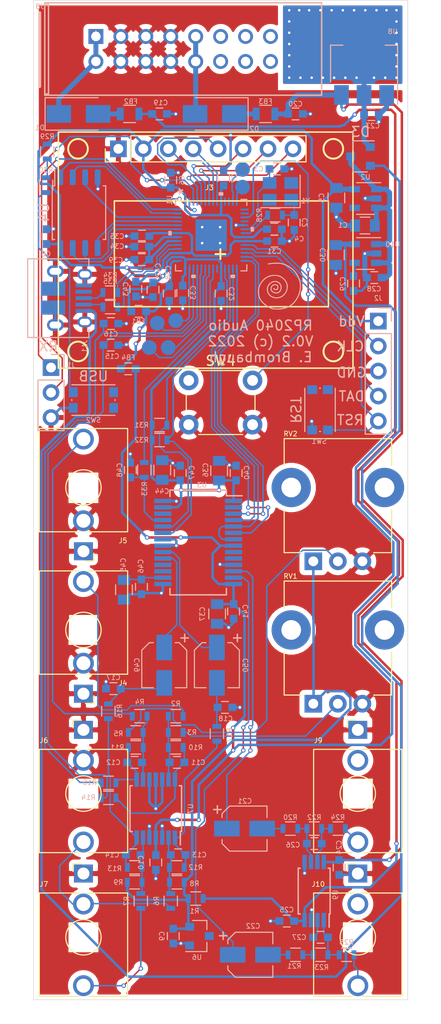
<source format=kicad_pcb>
(kicad_pcb (version 20211014) (generator pcbnew)
  (layers (0 "F.Cu" signal) (31 "B.Cu" signal) (34 "B.Paste" user) (35 "F.Paste" user) (36 "B.SilkS" user "B.Silkscreen") (37 "F.SilkS" user "F.Silkscreen") (38 "B.Mask" user) (39 "F.Mask" user) (44 "Edge.Cuts" user))
  (net 0 "")
  (net 1 "+5V")
  (net 2 "GND")
  (net 3 "+3V3")
  (net 4 "/NRST")
  (net 5 "-5VA")
  (net 6 "+3.3VA")
  (net 7 "Net-(C11-Pad2)")
  (net 8 "Net-(C11-Pad1)")
  (net 9 "Net-(C12-Pad2)")
  (net 10 "Net-(C12-Pad1)")
  (net 11 "Net-(C13-Pad2)")
  (net 12 "Net-(C13-Pad1)")
  (net 13 "Net-(C14-Pad2)")
  (net 14 "Net-(C14-Pad1)")
  (net 15 "in_r")
  (net 16 "in_l")
  (net 17 "-12V")
  (net 18 "+12V")
  (net 19 "Net-(C26-Pad2)")
  (net 20 "Net-(C26-Pad1)")
  (net 21 "Net-(C27-Pad1)")
  (net 22 "Net-(C27-Pad2)")
  (net 23 "Net-(C29-Pad1)")
  (net 24 "Net-(D1-Pad2)")
  (net 25 "Net-(D1-Pad1)")
  (net 26 "Net-(D2-Pad1)")
  (net 27 "Net-(D2-Pad2)")
  (net 28 "/SWDIO")
  (net 29 "/SWCLK")
  (net 30 "Net-(J4-PadT)")
  (net 31 "Net-(J5-PadT)")
  (net 32 "Net-(J6-PadT)")
  (net 33 "Net-(J7-PadT)")
  (net 34 "Net-(J8-Pad11)")
  (net 35 "Net-(J8-Pad12)")
  (net 36 "Net-(J8-Pad13)")
  (net 37 "Net-(J8-Pad14)")
  (net 38 "Net-(J8-Pad15)")
  (net 39 "Net-(J8-Pad16)")
  (net 40 "Net-(J9-PadTN)")
  (net 41 "Net-(J9-PadT)")
  (net 42 "Net-(J10-PadTN)")
  (net 43 "Net-(J10-PadT)")
  (net 44 "out_r")
  (net 45 "out_l")
  (net 46 "Net-(R3-Pad2)")
  (net 47 "Net-(R5-Pad2)")
  (net 48 "Net-(TP1-Pad1)")
  (net 49 "Net-(TP2-Pad1)")
  (net 50 "Net-(TP3-Pad1)")
  (net 51 "Net-(TP4-Pad1)")
  (net 52 "Net-(U2-Pad4)")
  (net 53 "cv2")
  (net 54 "cv1")
  (net 55 "Net-(C2-Pad1)")
  (net 56 "Net-(C3-Pad1)")
  (net 57 "+1V1")
  (net 58 "Net-(C45-Pad1)")
  (net 59 "/FILT_MCLK")
  (net 60 "/UART0_TX")
  (net 61 "/UART0_RX")
  (net 62 "/LCD_BK")
  (net 63 "/LCD_CS")
  (net 64 "/LCD_DC")
  (net 65 "/LCD_NRST")
  (net 66 "/LCD_SDO")
  (net 67 "/LCD_SCLK")
  (net 68 "Net-(J11-Pad4)")
  (net 69 "Net-(J11-Pad3)")
  (net 70 "Net-(J11-Pad2)")
  (net 71 "Net-(R28-Pad2)")
  (net 72 "Net-(R30-Pad2)")
  (net 73 "/I2C_SCL")
  (net 74 "/I2C_SDA")
  (net 75 "/I2S_MCLK")
  (net 76 "Net-(R34-Pad1)")
  (net 77 "Net-(R35-Pad1)")
  (net 78 "Net-(U1-Pad11)")
  (net 79 "Net-(U1-Pad12)")
  (net 80 "Net-(U1-Pad15)")
  (net 81 "Net-(U1-Pad16)")
  (net 82 "/I2S_DO")
  (net 83 "/I2S_DI")
  (net 84 "/I2S_LRCK")
  (net 85 "/I2S_SCLK")
  (net 86 "Net-(U3-Pad26)")
  (net 87 "Net-(U3-Pad18)")
  (net 88 "Net-(U3-Pad17)")
  (net 89 "Net-(U3-Pad10)")
  (net 90 "Net-(U3-Pad9)")
  (net 91 "Net-(U3-Pad2)")
  (net 92 "Net-(C21-Pad2)")
  (net 93 "Net-(C22-Pad2)")
  (net 94 "Net-(C17-Pad1)")
  (net 95 "Net-(C18-Pad1)")
  (net 96 "/ADC_AVDD")
  (net 97 "/btn0")
  (net 98 "Net-(TP5-Pad1)")
  (net 99 "Net-(TP6-Pad1)")
  (net 100 "Net-(U1-Pad18)")
  (net 101 "/QSPI_SS_N")
  (net 102 "/QSPI_SD1")
  (net 103 "/QSPI_SD2")
  (net 104 "/QSPI_SD0")
  (net 105 "/QSPI_SCLK")
  (net 106 "/QSPI_SD3")
  (net 107 "Net-(U1-Pad34)")
  (net 108 "/Sheet615690D3/Veuro")
  (net 109 "Vbus")
  (footprint "footprints:Jack_3.5mm_QingPu_WQP-PJ398SM_Vertical_CircularHoles" (layer "F.Cu") (at 106.68 114.808 180)
    (fp_text reference "J4")
    (fp_text value "AudioJack2_SwitchT")
  )
  (footprint "footprints:Jack_3.5mm_QingPu_WQP-PJ398SM_Vertical_CircularHoles" (layer "F.Cu") (at 106.68 100.33 180)
    (fp_text reference "J5")
    (fp_text value "AudioJack2_SwitchT")
  )
  (footprint "footprints:Jack_3.5mm_QingPu_WQP-PJ398SM_Vertical_CircularHoles" (layer "F.Cu") (at 106.68 131.445)
    (fp_text reference "J6")
    (fp_text value "AudioJack2_SwitchT")
  )
  (footprint "footprints:Jack_3.5mm_QingPu_WQP-PJ398SM_Vertical_CircularHoles" (layer "F.Cu") (at 106.68 146.05)
    (fp_text reference "J7")
    (fp_text value "AudioJack2_SwitchT")
  )
  (footprint "footprints:Jack_3.5mm_QingPu_WQP-PJ398SM_Vertical_CircularHoles" (layer "F.Cu") (at 134.62 131.445)
    (fp_text reference "J9")
    (fp_text value "AudioJack2_SwitchT")
  )
  (footprint "footprints:Jack_3.5mm_QingPu_WQP-PJ398SM_Vertical_CircularHoles" (layer "F.Cu") (at 134.62 146.05)
    (fp_text reference "J10")
    (fp_text value "AudioJack2_SwitchT")
  )
  (footprint "footprints:Potentiometer_TT_P0915N" (layer "F.Cu") (at 132.588 114.808)
    (fp_text reference "RV1")
    (fp_text value "10k")
  )
  (footprint "footprints:Potentiometer_TT_P0915N" (layer "F.Cu") (at 132.588 100.33)
    (fp_text reference "RV2")
    (fp_text value "10k")
  )
  (footprint "footprints:SW_PUSH_6mm_Center" (layer "F.Cu") (at 120.65 91.694)
    (fp_text reference "SW4")
    (fp_text value "SW_Push")
  )
  (footprint "footprints:LCD_80x160_0.96" (layer "F.Cu") (at 119.126 76.2)
    (fp_text reference "J3")
    (fp_text value "LCD")
  )
  (footprint "Capacitors_SMD:C_0603" (layer "B.Cu") (at 128.143 73.394 -90)
    (fp_text reference "C2")
    (fp_text value "27pf")
  )
  (footprint "Capacitors_SMD:C_0603" (layer "B.Cu") (at 126.377 67.945)
    (fp_text reference "C3")
    (fp_text value "27pf")
  )
  (footprint "Capacitors_SMD:C_0603" (layer "B.Cu") (at 126.1244 74.0664)
    (fp_text reference "C4")
    (fp_text value "0.1uf")
  )
  (footprint "Capacitors_SMD:C_0603" (layer "B.Cu") (at 115.57 69.088 90)
    (fp_text reference "C6")
    (fp_text value "0.1uf")
  )
  (footprint "Capacitors_SMD:C_0603" (layer "B.Cu") (at 120.9548 68.8848 90)
    (fp_text reference "C7")
    (fp_text value "0.1uf")
  )
  (footprint "Capacitors_SMD:C_0603" (layer "B.Cu") (at 126.1364 75.2856)
    (fp_text reference "C31")
    (fp_text value "0.1uf")
  )
  (footprint "Capacitors_SMD:C_0603" (layer "B.Cu") (at 120.7008 80.6076 -90)
    (fp_text reference "C32")
    (fp_text value "0.1uf")
  )
  (footprint "Capacitors_SMD:C_0603" (layer "B.Cu") (at 116.7892 80.5568 -90)
    (fp_text reference "C33")
    (fp_text value "0.1uf")
  )
  (footprint "Capacitors_SMD:C_0603" (layer "B.Cu") (at 112.6236 75.8444 180)
    (fp_text reference "C34")
    (fp_text value "0.1uf")
  )
  (footprint "Capacitors_SMD:C_0603" (layer "B.Cu") (at 112.6356 74.7776 180)
    (fp_text reference "C35")
    (fp_text value "0.1uf")
  )
  (footprint "Capacitors_SMD:C_0805" (layer "B.Cu") (at 120.4976 98.6188 90)
    (fp_text reference "C36")
    (fp_text value "10uf")
  )
  (footprint "Capacitors_SMD:C_0805" (layer "B.Cu") (at 120.2944 113.1824 -90)
    (fp_text reference "C37")
    (fp_text value "10uf")
  )
  (footprint "Capacitors_SMD:C_0603" (layer "B.Cu") (at 115.4176 80.6076 -90)
    (fp_text reference "C38")
    (fp_text value "0.1uf")
  )
  (footprint "Capacitors_SMD:C_0603" (layer "B.Cu") (at 112.6236 77.1652 180)
    (fp_text reference "C39")
    (fp_text value "0.1uf")
  )
  (footprint "Capacitors_SMD:C_0603" (layer "B.Cu") (at 122.2248 98.8568 90)
    (fp_text reference "C40")
    (fp_text value "0.1uf")
  )
  (footprint "Capacitors_SMD:C_0603" (layer "B.Cu") (at 121.9708 112.9284 -90)
    (fp_text reference "C41")
    (fp_text value "0.1uf")
  )
  (footprint "Capacitors_SMD:C_0603" (layer "B.Cu") (at 112.014 80.1504 -90)
    (fp_text reference "C43")
    (fp_text value "1uf")
  )
  (footprint "Capacitors_SMD:C_0805" (layer "B.Cu") (at 114.7064 98.552 -90)
    (fp_text reference "C44")
    (fp_text value "10uf")
  )
  (footprint "Capacitors_SMD:C_0805" (layer "B.Cu") (at 110.8075 110.728 -90)
    (fp_text reference "C45")
    (fp_text value "10uf")
  )
  (footprint "Capacitors_SMD:C_0603" (layer "B.Cu") (at 112.5855 110.4265 -90)
    (fp_text reference "C46")
    (fp_text value "0.1uf")
  )
  (footprint "Capacitors_SMD:C_0603" (layer "B.Cu") (at 116.5352 98.8568 -90)
    (fp_text reference "C47")
    (fp_text value "0.1uf")
  )
  (footprint "Capacitors_SMD:C_0603" (layer "B.Cu") (at 111.4552 98.552 90)
    (fp_text reference "C48")
    (fp_text value "330pf")
  )
  (footprint "Capacitors_SMD:C_0603" (layer "B.Cu") (at 112.3068 82.423 180)
    (fp_text reference "FB1")
    (fp_text value "1k")
  )
  (footprint "Capacitors_SMD:C_0603" (layer "B.Cu") (at 111.24 88.265)
    (fp_text reference "FB4")
    (fp_text value "1k")
  )
  (footprint "footprints:USB_Micro-B_10103594-0001LF_actual_outline" (layer "B.Cu") (at 105.2012 81.082 90)
    (fp_text reference "J11")
    (fp_text value "USB_B_Micro")
  )
  (footprint "Resistors_SMD:R_0603" (layer "B.Cu") (at 126.1872 72.644 180)
    (fp_text reference "R28")
    (fp_text value "1k")
  )
  (footprint "Resistors_SMD:R_0603" (layer "B.Cu") (at 102.997 66.179 90)
    (fp_text reference "R29")
    (fp_text value "10k")
  )
  (footprint "Resistors_SMD:R_0603" (layer "B.Cu") (at 102.87 69.596 -90)
    (fp_text reference "R30")
    (fp_text value "1k")
  )
  (footprint "Resistors_SMD:R_0603" (layer "B.Cu") (at 114.427 93.98)
    (fp_text reference "R31")
    (fp_text value "4.7k")
  )
  (footprint "Resistors_SMD:R_0603" (layer "B.Cu") (at 114.427 95.504)
    (fp_text reference "R32")
    (fp_text value "4.7k")
  )
  (footprint "Resistors_SMD:R_0603" (layer "B.Cu") (at 112.8776 98.54 -90)
    (fp_text reference "R33")
    (fp_text value "49")
  )
  (footprint "Resistors_SMD:R_0603" (layer "B.Cu") (at 109.4112 80.518 180)
    (fp_text reference "R34")
    (fp_text value "27.5")
  )
  (footprint "Resistors_SMD:R_0603" (layer "B.Cu") (at 109.4112 81.9912 180)
    (fp_text reference "R35")
    (fp_text value "27.5")
  )
  (footprint "Buttons_Switches_SMD:SW_SPST_KMR2" (layer "B.Cu") (at 130.772 92.438 90)
    (fp_text reference "SW1")
    (fp_text value "SW_Push")
  )
  (footprint "Buttons_Switches_SMD:SW_SPST_KMR2" (layer "B.Cu") (at 107.696 91.44 180)
    (fp_text reference "SW2")
    (fp_text value "SW_Push")
  )
  (footprint "Measurement_Points:Measurement_Point_Round-SMD-Pad_Small" (layer "B.Cu") (at 116.078 83.3628)
    (fp_text reference "TP1" hide)
    (fp_text value "TestPoint")
  )
  (footprint "Measurement_Points:Measurement_Point_Round-SMD-Pad_Small" (layer "B.Cu") (at 114.1984 83.6168)
    (fp_text reference "TP2" hide)
    (fp_text value "TestPoint")
  )
  (footprint "Measurement_Points:Measurement_Point_Round-SMD-Pad_Small" (layer "B.Cu") (at 115.316 86.106)
    (fp_text reference "TP3" hide)
    (fp_text value "TestPoint")
  )
  (footprint "Measurement_Points:Measurement_Point_Round-SMD-Pad_Small" (layer "B.Cu") (at 113.3856 86.106)
    (fp_text reference "TP4" hide)
    (fp_text value "TestPoint")
  )
  (footprint "Housings_SSOP:SSOP-28_5.3x10.2mm_Pitch0.65mm" (layer "B.Cu") (at 118.364 105.918 180)
    (fp_text reference "U3")
    (fp_text value "WM8731")
  )
  (footprint "Capacitors_SMD:C_0603" (layer "B.Cu") (at 102.9208 74.8284 90)
    (fp_text reference "C8")
    (fp_text value "0.1uf")
  )
  (footprint "Capacitors_SMD:C_0603" (layer "B.Cu") (at 115.824 145.923 -90)
    (fp_text reference "C9")
    (fp_text value "0.1uf")
  )
  (footprint "Capacitors_SMD:C_0603" (layer "B.Cu") (at 114.046 138.442 -90)
    (fp_text reference "C10")
    (fp_text value "0.1uf")
  )
  (footprint "Capacitors_SMD:C_0603" (layer "B.Cu") (at 116.205 128.27 180)
    (fp_text reference "C11")
    (fp_text value "330pf")
  )
  (footprint "Capacitors_SMD:C_0603" (layer "B.Cu") (at 111.887 128.27)
    (fp_text reference "C12")
    (fp_text value "330pf")
  )
  (footprint "Capacitors_SMD:C_0603" (layer "B.Cu") (at 111.748 137.668)
    (fp_text reference "C14")
    (fp_text value "330pf")
  )
  (footprint "Capacitors_SMD:C_0603" (layer "B.Cu") (at 109.474 83.6676)
    (fp_text reference "C16")
    (fp_text value "0.01uf")
  )
  (footprint "Capacitors_SMD:C_0603" (layer "B.Cu") (at 109.728 120.777 180)
    (fp_text reference "C17")
    (fp_text value "220pf")
  )
  (footprint "Capacitors_SMD:C_0603" (layer "B.Cu") (at 121.0938 122.682)
    (fp_text reference "C18")
    (fp_text value "220pf")
  )
  (footprint "Capacitors_SMD:C_0603" (layer "B.Cu") (at 114.427 62.357)
    (fp_text reference "C19")
    (fp_text value "1uf")
  )
  (footprint "Capacitors_SMD:C_0603" (layer "B.Cu") (at 128.27 62.357)
    (fp_text reference "C20")
    (fp_text value "1uf")
  )
  (footprint "Capacitors_SMD:C_0603" (layer "B.Cu") (at 132.715 138.95 -90)
    (fp_text reference "C24")
    (fp_text value "0.1uf")
  )
  (footprint "Capacitors_SMD:C_0603" (layer "B.Cu") (at 127.381 144.399)
    (fp_text reference "C25")
    (fp_text value "0.1uf")
  )
  (footprint "Capacitors_SMD:C_0603" (layer "B.Cu") (at 130.187 136.525)
    (fp_text reference "C26")
    (fp_text value "68pf")
  )
  (footprint "Capacitors_SMD:C_0603" (layer "B.Cu") (at 130.822 146.05)
    (fp_text reference "C27")
    (fp_text value "68pf")
  )
  (footprint "Capacitors_SMD:C_0603" (layer "B.Cu") (at 136.2964 78.994 180)
    (fp_text reference "C28")
    (fp_text value "1uf")
  )
  (footprint "Capacitors_SMD:C_0603" (layer "B.Cu") (at 134.1882 79.5909 -90)
    (fp_text reference "C29")
    (fp_text value "0.01uf")
  )
  (footprint "Capacitors_SMD:C_0805" (layer "B.Cu") (at 132.3848 76.692 -90)
    (fp_text reference "C30")
    (fp_text value "10uf")
  )
  (footprint "Diodes_SMD:D_SMA" (layer "B.Cu") (at 106.172 62.357)
    (fp_text reference "D1")
    (fp_text value "D")
  )
  (footprint "Diodes_SMD:D_SMA" (layer "B.Cu") (at 120.047 62.357 180)
    (fp_text reference "D2")
    (fp_text value "D")
  )
  (footprint "Resistors_SMD:R_0805" (layer "B.Cu") (at 111.379 62.357 180)
    (fp_text reference "FB2")
    (fp_text value "220")
  )
  (footprint "Resistors_SMD:R_0805" (layer "B.Cu") (at 125.222 62.357 180)
    (fp_text reference "FB3")
    (fp_text value "220")
  )
  (footprint "Pin_Headers:Pin_Header_Straight_1x03_Pitch2.54mm" (layer "B.Cu") (at 103.378 88.138 180)
    (fp_text reference "J1")
    (fp_text value "Serial")
  )
  (footprint "Pin_Headers:Pin_Header_Straight_1x05_Pitch2.54mm" (layer "B.Cu") (at 136.7028 83.4136 180)
    (fp_text reference "J2")
    (fp_text value "SWD")
  )
  (footprint "footprints:5103308-3" (layer "B.Cu") (at 107.95 54.483)
    (fp_text reference "J8")
    (fp_text value "Conn_02x08_Odd_Even" hide)
  )
  (footprint "Resistors_SMD:R_0603" (layer "B.Cu") (at 118.11 142.113)
    (fp_text reference "R1")
    (fp_text value "1.5k")
  )
  (footprint "Resistors_SMD:R_0603" (layer "B.Cu") (at 116.078 123.571)
    (fp_text reference "R2")
    (fp_text value "100k")
  )
  (footprint "Resistors_SMD:R_0603" (layer "B.Cu") (at 116.078 125.222)
    (fp_text reference "R3")
    (fp_text value "49.9k")
  )
  (footprint "Resistors_SMD:R_0603" (layer "B.Cu") (at 112.407 123.571 180)
    (fp_text reference "R4")
    (fp_text value "100k")
  )
  (footprint "Resistors_SMD:R_0603" (layer "B.Cu") (at 112.002 125.222 180)
    (fp_text reference "R5")
    (fp_text value "49.9k")
  )
  (footprint "Resistors_SMD:R_0603" (layer "B.Cu") (at 115.57 142.355 -90)
    (fp_text reference "R6")
    (fp_text value "100k")
  )
  (footprint "Resistors_SMD:R_0603" (layer "B.Cu") (at 112.522 142.355 -90)
    (fp_text reference "R7")
    (fp_text value "100k")
  )
  (footprint "Resistors_SMD:R_0603" (layer "B.Cu") (at 116.193 140.462 180)
    (fp_text reference "R8")
    (fp_text value "60.4k")
  )
  (footprint "Resistors_SMD:R_0603" (layer "B.Cu") (at 111.899 140.462)
    (fp_text reference "R9")
    (fp_text value "60.4k")
  )
  (footprint "Resistors_SMD:R_0603" (layer "B.Cu") (at 116.078 126.746 180)
    (fp_text reference "R10")
    (fp_text value "33k")
  )
  (footprint "Resistors_SMD:R_0603" (layer "B.Cu") (at 112.014 126.746)
    (fp_text reference "R11")
    (fp_text value "33k")
  )
  (footprint "Resistors_SMD:R_0603" (layer "B.Cu") (at 116.193 138.938 180)
    (fp_text reference "R12")
    (fp_text value "20k")
  )
  (footprint "Resistors_SMD:R_0603" (layer "B.Cu") (at 111.899 138.938)
    (fp_text reference "R13")
    (fp_text value "20k")
  )
  (footprint "Resistors_SMD:R_0603" (layer "B.Cu") (at 109.232 131.8768)
    (fp_text reference "R14")
    (fp_text value "180")
  )
  (footprint "Resistors_SMD:R_0603" (layer "B.Cu") (at 109.22 123.075 -90)
    (fp_text reference "R16")
    (fp_text value "100")
  )
  (footprint "Resistors_SMD:R_0603" (layer "B.Cu") (at 120.269 125.361 -90)
    (fp_text reference "R17")
    (fp_text value "100")
  )
  (footprint "Resistors_SMD:R_0603" (layer "B.Cu") (at 127.75 135.001 180)
    (fp_text reference "R20")
    (fp_text value "20k")
  )
  (footprint "Resistors_SMD:R_0603" (layer "B.Cu") (at 128.27 147.828 180)
    (fp_text reference "R21")
    (fp_text value "20k")
  )
  (footprint "Resistors_SMD:R_0603" (layer "B.Cu") (at 130.187 135.001 180)
    (fp_text reference "R22")
    (fp_text value "100k")
  )
  (footprint "Resistors_SMD:R_0603" (layer "B.Cu") (at 130.822 147.828 180)
    (fp_text reference "R23")
    (fp_text value "100k")
  )
  (footprint "Resistors_SMD:R_0603" (layer "B.Cu") (at 132.6 135.001 180)
    (fp_text reference "R24")
    (fp_text value "100")
  )
  (footprint "Resistors_SMD:R_0603" (layer "B.Cu") (at 133.477 147.828 180)
    (fp_text reference "R25")
    (fp_text value "100")
  )
  (footprint "Package_TO_SOT_SMD:SOT-23" (layer "B.Cu") (at 118.491 145.923)
    (fp_text reference "U6")
    (fp_text value "LM4040DBZ-5")
  )
  (footprint "Housings_SSOP:TSSOP-14_4.4x5mm_Pitch0.65mm" (layer "B.Cu") (at 114.046 132.969 90)
    (fp_text reference "U7")
    (fp_text value "MCP6004")
  )
  (footprint "TO_SOT_Packages_SMD:SOT-223-3_TabPin2" (layer "B.Cu") (at 135.255 57.277 90)
    (fp_text reference "U8")
    (fp_text value "LM1117-5.0")
  )
  (footprint "Housings_SSOP:TSSOP-8_4.4x3mm_Pitch0.65mm" (layer "B.Cu") (at 130.175 141.351 90)
    (fp_text reference "U9")
    (fp_text value "TL072PW")
  )
  (footprint "TO_SOT_Packages_SMD:SOT-23-5" (layer "B.Cu") (at 135.3947 76.5429 180)
    (fp_text reference "U10")
    (fp_text value "LP2985-3.3")
  )
  (footprint "Capacitors_SMD:CP_Elec_4x5.3" (layer "B.Cu") (at 123.085 135.001)
    (fp_text reference "C21")
    (fp_text value "1uf")
  )
  (footprint "Capacitors_SMD:CP_Elec_4x5.3" (layer "B.Cu") (at 123.676 147.828)
    (fp_text reference "C22")
    (fp_text value "1uf")
  )
  (footprint "Capacitors_SMD:CP_Elec_4x5.3" (layer "B.Cu") (at 114.9096 118.3928 -90)
    (fp_text reference "C49")
    (fp_text value "1uf")
  )
  (footprint "Capacitors_SMD:CP_Elec_4x5.3" (layer "B.Cu") (at 120.269 118.3928 -90)
    (fp_text reference "C50")
    (fp_text value "1uf")
  )
  (footprint "Capacitors_SMD:C_0603" (layer "B.Cu") (at 116.32 137.668 180)
    (fp_text reference "C13")
    (fp_text value "330pf")
  )
  (footprint "Capacitors_SMD:C_0603" (layer "B.Cu") (at 109.462 85.852)
    (fp_text reference "C15")
    (fp_text value "0.01uf")
  )
  (footprint "Resistors_SMD:R_0603" (layer "B.Cu") (at 109.232 130.3528)
    (fp_text reference "R15")
    (fp_text value "180")
  )
  (footprint "Capacitors_SMD:C_0603" (layer "B.Cu") (at 113.7666 80.2266 -90)
    (fp_text reference "C42")
    (fp_text value "1uf")
  )
  (footprint "footprints:RP2040" (layer "B.Cu") (at 119.6848 74.676 -90)
    (fp_text reference "U1")
    (fp_text value "RP2040" hide)
  )
  (footprint "Measurement_Points:Measurement_Point_Round-SMD-Pad_Small" (layer "B.Cu") (at 122.8852 67.9958)
    (fp_text reference "TP5" hide)
    (fp_text value "TestPoint")
  )
  (footprint "Measurement_Points:Measurement_Point_Round-SMD-Pad_Small" (layer "B.Cu") (at 122.8852 69.7992)
    (fp_text reference "TP6" hide)
    (fp_text value "TestPoint")
  )
  (footprint "Crystals:Crystal_SMD_3225-4pin_3.2x2.5mm" (layer "B.Cu") (at 126.746 70.231 180)
    (fp_text reference "Y1")
    (fp_text value "Crystal_4pin_SMD")
  )
  (footprint "Package_SO:SOIC-8_5.23x5.23mm_P1.27mm" (layer "B.Cu") (at 106.2228 72.39 -90)
    (fp_text reference "U4")
    (fp_text value "W25Q32JVSS")
  )
  (footprint "Package_TO_SOT_SMD:SOT-23" (layer "B.Cu") (at 134.89 66.6725 180)
    (fp_text reference "D3")
    (fp_text value "BAT54C")
  )
  (footprint "TO_SOT_Packages_SMD:SOT-23-5" (layer "B.Cu") (at 135.3996 70.9549 180)
    (fp_text reference "U2")
    (fp_text value "MCP1802x-xx02xOT")
  )
  (footprint "Capacitors_SMD:C_0805" (layer "B.Cu") (at 135.3472 73.6981 180)
    (fp_text reference "C1")
    (fp_text value "10uf")
  )
  (footprint "Capacitors_SMD:C_0805" (layer "B.Cu") (at 132.4356 70.8881 -90)
    (fp_text reference "C5")
    (fp_text value "10uf")
  )
  (footprint "Capacitors_SMD:C_0603" (layer "B.Cu") (at 136.005 62.4205)
    (fp_text reference "C23")
    (fp_text value "1uf")
  )
  (footprint "footprints:avatar_small" (layer "B.Cu") (at 125.66904 80.80756 180)
    (fp_text reference "Ref**" hide)
    (fp_text value "Val**" hide)
  )
  (gr_line (start 102.235 52.07) (end 102.235 59.563) (layer "B.SilkS") (width 0.3))
  (gr_line (start 139.7 50.8) (end 139.7 152.4) (layer "Edge.Cuts") (width 0.05))
  (gr_line (start 139.7 152.4) (end 101.6 152.4) (layer "Edge.Cuts") (width 0.05))
  (gr_line (start 101.6 50.8) (end 139.7 50.8) (layer "Edge.Cuts") (width 0.05))
  (gr_line (start 101.6 152.4) (end 101.6 50.8) (layer "Edge.Cuts") (width 0.05))
  (gr_text "USB" (at 107.696 89.027) (layer "B.SilkS") (effects (font (size 1 1)) (justify mirror)))
  (gr_text "Vdd" (at 133.985 83.439) (layer "B.SilkS") (effects (font (size 1 1)) (justify mirror)))
  (gr_text "DAT" (at 133.985 91.059) (layer "B.SilkS") (effects (font (size 1 1)) (justify mirror)))
  (gr_text "RX" (at 103.124 85.979) (layer "B.SilkS") (effects (font (size 1 1)) (justify mirror)))
  (gr_text "RST" (at 128.27 92.456 270) (layer "B.SilkS") (effects (font (size 1 1)) (justify mirror)))
  (gr_text "GND" (at 133.985 88.646) (layer "B.SilkS") (effects (font (size 1 1)) (justify mirror)))
  (gr_text "CLK" (at 133.858 85.979) (layer "B.SilkS") (effects (font (size 1 1)) (justify mirror)))
  (gr_text "RP2040 Audio\nV0.2 (c) 2022\nE. Brombaugh" (at 124.714 85.471) (layer "B.SilkS") (effects (font (size 1 1)) (justify mirror)))
  (gr_text "RST" (at 133.858 93.472) (layer "B.SilkS") (effects (font (size 1 1)) (justify mirror)))
  (segment (start 136.4996 71.9049) (end 137.5816 71.9049) (width 0.508) (layer "B.Cu") (net 1))
  (segment (start 136.4996 71.9049) (end 136.4996 73.5457) (width 0.508) (layer "B.Cu") (net 1))
  (segment (start 136.4996 73.5457) (end 136.3472 73.6981) (width 0.254) (layer "B.Cu") (net 1))
  (segment (start 137.4623 75.5929) (end 136.4947 75.5929) (width 0.508) (layer "B.Cu") (net 1))
  (segment (start 137.0464 78.994) (end 137.5156 78.994) (width 0.508) (layer "B.Cu") (net 1))
  (segment (start 137.6451 77.4929) (end 136.4947 77.4929) (width 0.508) (layer "B.Cu") (net 1))
  (segment (start 137.8712 77.719) (end 137.6451 77.4929) (width 0.508) (layer "B.Cu") (net 1))
  (segment (start 137.8712 72.1945) (end 137.5816 71.9049) (width 0.508) (layer "B.Cu") (net 1))
  (segment (start 137.5308 70.0049) (end 137.5308 70.0303) (width 0.254) (layer "B.Cu") (net 1))
  (segment (start 137.5308 70.0303) (end 137.8585 70.358) (width 0.508) (layer "B.Cu") (net 1))
  (segment (start 137.8712 78.6384) (end 137.8712 77.719) (width 0.508) (layer "B.Cu") (net 1))
  (segment (start 137.8712 77.2668) (end 137.6451 77.4929) (width 0.508) (layer "B.Cu") (net 1))
  (segment (start 133.89 66.6725) (end 133.89 67.4055) (width 0.508) (layer "B.Cu") (net 1))
  (segment (start 137.8712 75.184) (end 137.8712 72.1945) (width 0.508) (layer "B.Cu") (net 1))
  (segment (start 136.4894 70.0049) (end 136.4996 70.0049) (width 0.508) (layer "B.Cu") (net 1))
  (segment (start 137.8585 71.628) (end 137.8585 70.358) (width 0.508) (layer "B.Cu") (net 1))
  (segment (start 137.4623 75.5929) (end 137.5181 75.5929) (width 0.254) (layer "B.Cu") (net 1))
  (segment (start 133.89 67.4055) (end 136.4894 70.0049) (width 0.508) (layer "B.Cu") (net 1))
  (segment (start 137.5156 78.994) (end 137.8712 78.6384) (width 0.508) (layer "B.Cu") (net 1))
  (segment (start 137.8712 75.184) (end 137.4623 75.5929) (width 0.508) (layer "B.Cu") (net 1))
  (segment (start 137.5181 75.5929) (end 137.8712 75.946) (width 0.508) (layer "B.Cu") (net 1))
  (segment (start 137.8712 75.946) (end 137.8712 77.2668) (width 0.508) (layer "B.Cu") (net 1))
  (segment (start 137.5816 71.9049) (end 137.8585 71.628) (width 0.508) (layer "B.Cu") (net 1))
  (segment (start 137.5308 70.0049) (end 136.4996 70.0049) (width 0.508) (layer "B.Cu") (net 1))
  (via (at 132.4356 72.8345) (size 0.4572) (drill 0.254) (layers "F.Cu" "B.Cu") (net 2))
  (via (at 121.539 98.044) (size 0.4572) (drill 0.254) (layers "F.Cu" "B.Cu") (net 2))
  (via (at 112.7252 80.9752) (size 0.4572) (drill 0.254) (layers "F.Cu" "B.Cu") (net 2))
  (via (at 116.598 146.673) (size 0.4572) (drill 0.254) (layers "F.Cu" "B.Cu") (net 2))
  (via (at 135.382 70.9295) (size 0.4572) (drill 0.254) (layers "F.Cu" "B.Cu") (net 2))
  (via (at 127.6604 75.2856) (size 0.4572) (drill 0.254) (layers "F.Cu" "B.Cu") (net 2))
  (via (at 120.5992 75.4888) (size 0.4572) (drill 0.254) (layers "F.Cu" "B.Cu") (net 2))
  (via (at 129.2 139.532) (size 0.4572) (drill 0.254) (layers "F.Cu" "B.Cu") (net 2))
  (via (at 132.397498 78.5495) (size 0.4572) (drill 0.254) (layers "F.Cu" "B.Cu") (net 2))
  (via (at 129.921 93.599) (size 0.4572) (drill 0.254) (layers "F.Cu" "B.Cu") (net 2))
  (via (at 129.921 143.256) (size 0.4572) (drill 0.254) (layers "F.Cu" "B.Cu") (net 2))
  (via (at 129.794 62.357) (size 0.4572) (drill 0.254) (layers "F.Cu" "B.Cu") (net 2))
  (via (at 120.7008 82.1436) (size 0.4572) (drill 0.254) (layers "F.Cu" "B.Cu") (net 2))
  (via (at 108.153202 69.977) (size 0.4572) (drill 0.254) (layers "F.Cu" "B.Cu") (net 2))
  (via (at 116.1415 106.2355) (size 0.4572) (drill 0.254) (layers "F.Cu" "B.Cu") (net 2))
  (via (at 108.978 120.0665) (size 0.4572) (drill 0.254) (layers "F.Cu" "B.Cu") (net 2))
  (via (at 122.2248 73.66) (size 0.4572) (drill 0.254) (layers "F.Cu" "B.Cu") (net 2))
  (via (at 118.7704 75.4888) (size 0.4572) (drill 0.254) (layers "F.Cu" "B.Cu") (net 2))
  (via (at 114.046 132.969) (size 0.4572) (drill 0.254) (layers "F.Cu" "B.Cu") (net 2))
  (via (at 122.6058 122.682) (size 0.4572) (drill 0.254) (layers "F.Cu" "B.Cu") (net 2))
  (via (at 135.3312 76.5556) (size 0.4572) (drill 0.254) (layers "F.Cu" "B.Cu") (net 2))
  (via (at 116.7892 82.1436) (size 0.4572) (drill 0.254) (layers "F.Cu" "B.Cu") (net 2))
  (via (at 127.889 67.945) (size 0.4572) (drill 0.254) (layers "F.Cu" "B.Cu") (net 2))
  (via (at 111.0488 77.1652) (size 0.4572) (drill 0.254) (layers "F.Cu" "B.Cu") (net 2))
  (via (at 120.5992 73.8632) (size 0.4572) (drill 0.254) (layers "F.Cu" "B.Cu") (net 2))
  (via (at 121.4628 114.554) (size 0.4572) (drill 0.254) (layers "F.Cu" "B.Cu") (net 2))
  (via (at 121.666 64.516) (size 0.4572) (drill 0.254) (layers "F.Cu" "B.Cu") (net 2))
  (via (at 120.5865 108.1405) (size 0.4572) (drill 0.254) (layers "F.Cu" "B.Cu") (net 2))
  (via (at 111.0488 75.8444) (size 0.4572) (drill 0.254) (layers "F.Cu" "B.Cu") (net 2))
  (via (at 116.078 62.357) (size 0.4572) (drill 0.254) (layers "F.Cu" "B.Cu") (net 2))
  (via (at 116.332 68.326) (size 0.4572) (drill 0.254) (layers "F.Cu" "B.Cu") (net 2))
  (via (at 114.046 140.081) (size 0.4572) (drill 0.254) (layers "F.Cu" "B.Cu") (net 2))
  (via (at 111.0488 85.8012) (size 0.4572) (drill 0.254) (layers "F.Cu" "B.Cu") (net 2))
  (via (at 118.7704 73.8632) (size 0.4572) (drill 0.254) (layers "F.Cu" "B.Cu") (net 2))
  (via (at 111.4552 96.9264) (size 0.4572) (drill 0.254) (layers "F.Cu" "B.Cu") (net 2))
  (via (at 114.6175 111.0615) (size 0.4572) (drill 0.254) (layers "F.Cu" "B.Cu") (net 2))
  (via (at 115.7732 97.8408) (size 0.4572) (drill 0.254) (layers "F.Cu" "B.Cu") (net 2))
  (via (at 113.396 134.762) (size 0.4572) (drill 0.254) (layers "F.Cu" "B.Cu") (net 2))
  (via (at 103.632 74.041) (size 0.4572) (drill 0.254) (layers "F.Cu" "B.Cu") (net 2))
  (via (at 136.755 63.1585) (size 0.4572) (drill 0.254) (layers "F.Cu" "B.Cu") (net 2))
  (via (at 115.4176 82.1436) (size 0.4572) (drill 0.254) (layers "F.Cu" "B.Cu") (net 2))
  (via (at 111.0488 83.6676) (size 0.4572) (drill 0.254) (layers "F.Cu" "B.Cu") (net 2))
  (via (at 114.696 134.732) (size 0.4572) (drill 0.254) (layers "F.Cu" "B.Cu") (net 2))
  (via (at 111.0488 74.7776) (size 0.4572) (drill 0.254) (layers "F.Cu" "B.Cu") (net 2))
  (via (at 125.73 144.399) (size 0.4572) (drill 0.254) (layers "F.Cu" "B.Cu") (net 2))
  (via (at 116.1415 101.727) (size 0.4572) (drill 0.254) (layers "F.Cu" "B.Cu") (net 2))
  (segment (start 116.598 146.673) (end 117.291 146.673) (width 0.254) (layer "B.Cu") (net 2))
  (segment (start 134.3472 73.6981) (end 133.2992 73.6981) (width 0.508) (layer "B.Cu") (net 2))
  (segment (start 133.2992 73.6981) (end 132.4356 72.8345) (width 0.508) (layer "B.Cu") (net 2))
  (segment (start 132.4356 72.8345) (end 132.4356 71.8881) (width 0.508) (layer "B.Cu") (net 2))
  (segment (start 136.4996 70.9549) (end 135.382 70.9549) (width 0.508) (layer "B.Cu") (net 2))
  (segment (start 116.5352 98.1068) (end 116.0392 98.1068) (width 0.254) (layer "B.Cu") (net 2))
  (segment (start 121.964 108.193) (end 120.639 108.193) (width 0.254) (layer "B.Cu") (net 2))
  (segment (start 126.8744 74.0664) (end 126.8744 75.2736) (width 0.254) (layer "B.Cu") (net 2))
  (segment (start 114.046 140.081) (end 114.046 139.192) (width 0.254) (layer "B.Cu") (net 2))
  (segment (start 106.8212 78.662) (end 106.8212 79.662) (width 0.254) (layer "B.Cu") (net 2))
  (segment (start 112.7506 81.0006) (end 112.7252 80.9752) (width 0.254) (layer "B.Cu") (net 2))
  (segment (start 120.4976 97.6188) (end 121.1138 97.6188) (width 0.254) (layer "B.Cu") (net 2))
  (segment (start 110.212 85.852) (end 110.998 85.852) (width 0.254) (layer "B.Cu") (net 2))
  (segment (start 112.7005 111.0615) (end 112.5855 111.1765) (width 0.254) (layer "B.Cu") (net 2))
  (segment (start 120.9548 68.1348) (end 121.666 67.4236) (width 0.254) (layer "B.Cu") (net 2))
  (segment (start 116.7892 82.1436) (end 116.7892 81.3068) (width 0.254) (layer "B.Cu") (net 2))
  (segment (start 112.7252 80.9752) (end 112.0888 80.9752) (width 0.254) (layer "B.Cu") (net 2))
  (segment (start 115.4844 97.552) (end 115.7732 97.8408) (width 0.254) (layer "B.Cu") (net 2))
  (segment (start 136.755 62.4205) (end 136.807 62.4205) (width 0.254) (layer "B.Cu") (net 2))
  (segment (start 110.224 83.6676) (end 111.0488 83.6676) (width 0.254) (layer "B.Cu") (net 2))
  (segment (start 111.4552 97.802) (end 111.4552 96.9264) (width 0.254) (layer "B.Cu") (net 2))
  (segment (start 129.972 94.488) (end 129.972 93.65) (width 0.254) (layer "B.Cu") (net 2))
  (segment (start 137.555 60.427) (end 137.555 61.6725) (width 0.508) (layer "B.Cu") (net 2))
  (segment (start 108.978 120.777) (end 108.978 120.0665) (width 0.254) (layer "B.Cu") (net 2))
  (segment (start 116.1075 101.693) (end 116.1415 101.727) (width 0.254) (layer "B.Cu") (net 2))
  (segment (start 129.921 143.637) (end 129.921 143.256) (width 0.254) (layer "B.Cu") (net 2))
  (segment (start 127.6604 75.2856) (end 126.8864 75.2856) (width 0.254) (layer "B.Cu") (net 2))
  (segment (start 120.7008 81.3576) (end 120.7008 82.1436) (width 0.254) (layer "B.Cu") (net 2))
  (segment (start 128.143 74.144) (end 128.143 74.803) (width 0.254) (layer "B.Cu") (net 2))
  (segment (start 103.8212 79.882) (end 103.5812 80.122) (width 0.254) (layer "B.Cu") (net 2))
  (segment (start 116.332 68.338) (end 115.581996 68.338) (width 0.254) (layer "B.Cu") (net 2))
  (segment (start 111.8736 77.1652) (end 111.0488 77.1652) (width 0.254) (layer "B.Cu") (net 2))
  (segment (start 114.696 135.919) (end 114.696 134.732) (width 0.254) (layer "B.Cu") (net 2))
  (segment (start 122.2248 98.1068) (end 121.6018 98.1068) (width 0.254) (layer "B.Cu") (net 2))
  (segment (start 114.696 130.019) (end 114.696 132.319) (width 0.254) (layer "B.Cu") (net 2))
  (segment (start 114.764 110.143) (end 114.764 110.915) (width 0.254) (layer "B.Cu") (net 2))
  (segment (start 114.764 110.915) (end 114.6175 111.0615) (width 0.254) (layer "B.Cu") (net 2))
  (segment (start 103.8212 82.282) (end 103.5812 82.042) (width 0.254) (layer "B.Cu") (net 2))
  (segment (start 128.143 74.803) (end 127.6604 75.2856) (width 0.254) (layer "B.Cu") (net 2))
  (segment (start 132.3848 77.692) (end 132.3848 78.536802) (width 0.254) (layer "B.Cu") (net 2))
  (segment (start 108.1278 69.951598) (end 108.153202 69.977) (width 0.254) (layer "B.Cu") (net 2))
  (segment (start 102.9208 74.0784) (end 103.5946 74.0784) (width 0.254) (layer "B.Cu") (net 2))
  (segment (start 127.9518 67.945) (end 127.127 67.945) (width 0.254) (layer "B.Cu") (net 2))
  (segment (start 116.0392 98.1068) (end 115.7732 97.8408) (width 0.254) (layer "B.Cu") (net 2))
  (segment (start 114.696 132.319) (end 114.046 132.969) (width 0.254) (layer "B.Cu") (net 2))
  (segment (start 116.078 62.357) (end 115.177 62.357) (width 0.254) (layer "B.Cu") (net 2))
  (segment (start 110.998 85.852) (end 111.0488 85.8012) (width 0.254) (layer "B.Cu") (net 2))
  (segment (start 117.291 146.673) (end 117.491 146.873) (width 0.254) (layer "B.Cu") (net 2))
  (segment (start 116.1415 105.7275) (end 116.1415 106.2355) (width 0.254) (layer "B.Cu") (net 2))
  (segment (start 114.6175 111.0615) (end 112.7005 111.0615) (width 0.254) (layer "B.Cu") (net 2))
  (segment (start 129.2 138.401) (end 129.2 139.532) (width 0.254) (layer "B.Cu") (net 2))
  (segment (start 129.85 144.301) (end 129.85 143.708) (width 0.254) (layer "B.Cu") (net 2))
  (segment (start 135.3439 76.5429) (end 135.3312 76.5556) (width 0.254) (layer "B.Cu") (net 2))
  (segment (start 115.824 146.673) (end 116.598 146.673) (width 0.254) (layer "B.Cu") (net 2))
  (segment (start 116.007 105.593) (end 116.1415 105.7275) (width 0.254) (layer "B.Cu") (net 2))
  (segment (start 113.396 135.919) (end 113.396 134.762) (width 0.254) (layer "B.Cu") (net 2))
  (segment (start 111.8736 75.8444) (end 111.0488 75.8444) (width 0.254) (layer "B.Cu") (net 2))
  (segment (start 136.755 62.4205) (end 136.755 63.1585) (width 0.508) (layer "B.Cu") (net 2))
  (segment (start 136.807 62.4205) (end 137.555 61.6725) (width 0.508) (layer "B.Cu") (net 2))
  (segment (start 135.382 70.9549) (end 135.382 70.9295) (width 0.254) (layer "B.Cu") (net 2))
  (segment (start 126.8744 75.2736) (end 126.8864 75.2856) (width 0.254) (layer "B.Cu") (net 2))
  (segment (start 121.9708 114.046) (end 121.4628 114.554) (width 0.254) (layer "B.Cu") (net 2))
  (segment (start 129.794 62.357) (end 129.02 62.357) (width 0.254) (layer "B.Cu") (net 2))
  (segment (start 134.49 139.7) (end 134.62 139.57) (width 0.254) (layer "B.Cu") (net 2))
  (segment (start 126.631 144.399) (end 125.73 144.399) (width 0.254) (layer "B.Cu") (net 2))
  (segment (start 104.356 92.24) (end 103.378 93.218) (width 0.254) (layer "B.Cu") (net 2))
  (segment (start 105.646 92.24) (end 104.356 92.24) (width 0.254) (layer "B.Cu") (net 2))
  (segment (start 103.8212 83.812) (end 103.8212 82.282) (width 0.254) (layer "B.Cu") (net 2))
  (segment (start 114.764 101.693) (end 116.1075 101.693) (width 0.254) (layer "B.Cu") (net 2))
  (segment (start 115.4176 82.1436) (end 115.4176 81.3576) (width 0.254) (layer "B.Cu") (net 2))
  (segment (start 113.396 132.319) (end 114.046 132.969) (width 0.254) (layer "B.Cu") (net 2))
  (segment (start 135.5464 78.994) (end 135.5464 79.7948) (width 0.254) (layer "B.Cu") (net 2))
  (segment (start 132.715 139.7) (end 134.49 139.7) (width 0.254) (layer "B.Cu") (net 2))
  (segment (start 136.4947 76.5429) (end 135.3439 76.5429) (width 0.508) (layer "B.Cu") (net 2))
  (segment (start 114.7064 97.552) (end 115.4844 97.552) (width 0.254) (layer "B.Cu") (net 2))
  (segment (start 112.0888 80.9752) (end 112.014 80.9004) (width 0.254) (layer "B.Cu") (net 2))
  (segment (start 121.6018 98.1068) (end 121.539 98.044) (width 0.254) (layer "B.Cu") (net 2))
  (segment (start 103.5946 74.0784) (end 103.632 74.041) (width 0.254) (layer "B.Cu") (net 2))
  (segment (start 121.0912 114.1824) (end 121.4628 114.554) (width 0.254) (layer "B.Cu") (net 2))
  (segment (start 103.8212 78.352) (end 103.8212 79.882) (width 0.254) (layer "B.Cu") (net 2))
  (segment (start 123.0884 73.66) (end 122.2248 73.66) (width 0.254) (layer "B.Cu") (net 2))
  (segment (start 121.1138 97.6188) (end 121.539 98.044) (width 0.254) (layer "B.Cu") (net 2))
  (segment (start 120.2944 114.1824) (end 121.0912 114.1824) (width 0.254) (layer "B.Cu") (net 2))
  (segment (start 111.359 111.1765) (end 110.8075 111.728) (width 0.254) (layer "B.Cu") (net 2))
  (segment (start 135.5464 79.7948) (end 135.0003 80.3409) (width 0.254) (layer "B.Cu") (net 2))
  (segment (start 114.764 105.593) (end 116.007 105.593) (width 0.254) (layer "B.Cu") (net 2))
  (segment (start 135.3312 78.7788) (end 135.5464 78.994) (width 0.254) (layer "B.Cu") (net 2))
  (segment (start 114.046 130.019) (end 114.046 132.969) (width 0.254) (layer "B.Cu") (net 2))
  (segment (start 111.0488 74.7776) (end 111.8856 74.7776) (width 0.254) (layer "B.Cu") (net 2))
  (segment (start 116.134 106.243) (end 116.1415 106.2355) (width 0.254) (layer "B.Cu") (net 2))
  (segment (start 113.396 130.019) (end 113.396 132.319) (width 0.254) (layer "B.Cu") (net 2))
  (segment (start 115.581996 68.338) (end 115.569996 68.326) (width 0.254) (layer "B.Cu") (net 2))
  (segment (start 114.764 106.243) (end 116.134 106.243) (width 0.254) (layer "B.Cu") (net 2))
  (segment (start 135.0003 80.3409) (end 134.1882 80.3409) (width 0.254) (layer "B.Cu") (net 2))
  (segment (start 129.85 143.708) (end 129.921 143.637) (width 0.254) (layer "B.Cu") (net 2))
  (segment (start 108.1278 69.19) (end 108.1278 69.951598) (width 0.254) (layer "B.Cu") (net 2))
  (segment (start 132.3848 78.536802) (end 132.397498 78.5495) (width 0.254) (layer "B.Cu") (net 2))
  (segment (start 121.9708 113.6784) (end 121.9708 114.046) (width 0.254) (layer "B.Cu") (net 2))
  (segment (start 120.639 108.193) (end 120.5865 108.1405) (width 0.254) (layer "B.Cu") (net 2))
  (segment (start 135.3312 76.5556) (end 135.3312 78.7788) (width 0.508) (layer "B.Cu") (net 2))
  (segment (start 129.972 93.65) (end 129.921 93.599) (width 0.254) (layer "B.Cu") (net 2))
  (segment (start 112.5855 111.1765) (end 111.359 111.1765) (width 0.254) (layer "B.Cu") (net 2))
  (segment (start 121.666 67.4236) (end 121.666 64.516) (width 0.254) (layer "B.Cu") (net 2))
  (segment (start 121.8438 122.682) (end 122.6058 122.682) (width 0.254) (layer "B.Cu") (net 2))
  (segment (start 106.8212 79.662) (end 106.7012 79.782) (width 0.254) (layer "B.Cu") (net 2))
  (segment (start 113.7666 81.0006) (end 112.7506 81.0006) (width 0.254) (layer "B.Cu") (net 2))
  (segment (start 111.9632 78.8416) (end 111.0996 77.978) (width 0.254) (layer "F.Cu") (net 3))
  (segment (start 116.624101 100.596699) (end 120.484901 100.596699) (width 0.254) (layer "F.Cu") (net 3))
  (segment (start 114.7572 78.8416) (end 111.9632 78.8416) (width 0.254) (layer "F.Cu") (net 3))
  (via (at 120.484901 100.596699) (size 0.4572) (drill 0.254) (layers "F.Cu" "B.Cu") (net 3))
  (via (at 116.624101 100.596699) (size 0.4572) (drill 0.254) (layers "F.Cu" "B.Cu") (net 3))
  (via (at 114.7572 78.8416) (size 0.4572) (drill 0.254) (layers "F.Cu" "B.Cu") (net 3))
  (via (at 111.0996 77.978) (size 0.4572) (drill 0.254) (layers "F.Cu" "B.Cu") (net 3))
  (segment (start 116.624101 100.596699) (end 116.624101 99.695701) (width 0.254) (layer "B.Cu") (net 3))
  (segment (start 134.2996 70.0049) (end 132.5524 70.0049) (width 0.508) (layer "B.Cu") (net 3))
  (segment (start 132.5524 70.0049) (end 132.4356 69.8881) (width 0.254) (layer "B.Cu") (net 3))
  (segment (start 131.064 71.2597) (end 132.4356 69.8881) (width 0.254) (layer "B.Cu") (net 3))
  (segment (start 113.551002 75.8444) (end 113.3736 75.8444) (width 0.254) (layer "B.Cu") (net 3))
  (segment (start 113.607001 99.230601) (end 113.9284 99.552) (width 0.254) (layer "B.Cu") (net 3))
  (segment (start 104.418 64.008) (end 111.379 64.008) (width 0.254) (layer "B.Cu") (net 3))
  (segment (start 117.0432 77.1144) (end 117.0432 78.0796) (width 0.254) (layer "B.Cu") (net 3))
  (segment (start 116.2812 76.9112) (end 115.6716 76.9112) (width 0.254) (layer "B.Cu") (net 3))
  (segment (start 112.776 65.9) (end 112.776 67.9704) (width 0.254) (layer "B.Cu") (net 3))
  (segment (start 122.0724 74.8792) (end 121.742199 74.548999) (width 0.254) (layer "B.Cu") (net 3))
  (segment (start 102.108 66.167) (end 102.108 69.215) (width 0.254) (layer "B.Cu") (net 3))
  (segment (start 123.0884 74.8792) (end 122.0724 74.8792) (width 0.254) (layer "B.Cu") (net 3))
  (segment (start 120.7008 71.2724) (end 120.7008 69.8888) (width 0.254) (layer "B.Cu") (net 3))
  (segment (start 120.7008 78.0796) (end 120.7008 79.8576) (width 0.254) (layer "B.Cu") (net 3))
  (segment (start 114.1222 79.4766) (end 113.7412 79.4766) (width 0.254) (layer "B.Cu") (net 3))
  (segment (start 116.23975 102.343) (end 116.624101 101.958649) (width 0.254) (layer "B.Cu") (net 3))
  (segment (start 113.9444 75.7936) (end 113.3856 75.7936) (width 0.254) (layer "B.Cu") (net 3))
  (segment (start 111.309199 82.175399) (end 111.5568 82.423) (width 0.254) (layer "B.Cu") (net 3))
  (segment (start 120.5096 99.6068) (end 120.4976 99.6188) (width 0.254) (layer "B.Cu") (net 3))
  (segment (start 132.4356 69.8881) (end 129.921 67.3735) (width 0.254) (layer "B.Cu") (net 3))
  (segment (start 113.607001 90.354999) (end 113.607001 99.230601) (width 0.254) (layer "B.Cu") (net 3))
  (segment (start 117.0432 78.6892) (end 116.7892 78.9432) (width 0.254) (layer "B.Cu") (net 3))
  (segment (start 136.7028 83.4136) (end 134.7851 83.4136) (width 0.254) (layer "B.Cu") (net 3))
  (segment (start 131.064 79.6925) (end 131.064 71.247) (width 0.254) (layer "B.Cu") (net 3))
  (segment (start 111.379 64.008) (end 112.776 65.405) (width 0.254) (layer "B.Cu") (net 3))
  (segment (start 113.320316 77.1652) (end 113.3736 77.1652) (width 0.254) (layer "B.Cu") (net 3))
  (segment (start 104.267 75.565) (end 104.2536 75.5784) (width 0.254) (layer "B.Cu") (net 3))
  (segment (start 116.2812 75.2856) (end 115.2532 75.2856) (width 0.254) (layer "B.Cu") (net 3))
  (segment (start 121.964 101.693) (end 121.964 99.8676) (width 0.254) (layer "B.Cu") (net 3))
  (segment (start 104.2536 75.5784) (end 102.9208 75.5784) (width 0.254) (layer "B.Cu") (net 3))
  (segment (start 121.964 99.8676) (end 122.2248 99.6068) (width 0.254) (layer "B.Cu") (net 3))
  (segment (start 120.7008 71.2724) (end 120.7008 72.4662) (width 0.254) (layer "B.Cu") (net 3))
  (segment (start 102.108 69.215) (end 102.362 69.469) (width 0.254) (layer "B.Cu") (net 3))
  (segment (start 116.2812 74.8792) (end 114.8588 74.8792) (width 0.254) (layer "B.Cu") (net 3))
  (segment (start 117.06861 77.13981) (end 117.0432 77.1144) (width 0.254) (layer "B.Cu") (net 3))
  (segment (start 102.997 65.429) (end 104.418 64.008) (width 0.254) (layer "B.Cu") (net 3))
  (segment (start 114.7612 99.6068) (end 114.7064 99.552) (width 0.254) (layer "B.Cu") (net 3))
  (segment (start 134.7851 83.4136) (end 131.064 79.6925) (width 0.254) (layer "B.Cu") (net 3))
  (segment (start 121.3612 72.644) (end 119.888 72.644) (width 0.254) (layer "B.Cu") (net 3))
  (segment (start 129.0955 64.008) (end 114.642601 64.008) (width 0.254) (layer "B.Cu") (net 3))
  (segment (start 117.0432 70.612) (end 117.0432 71.2724) (width 0.254) (layer "B.Cu") (net 3))
  (segment (start 120.015 83.947) (end 113.607001 90.354999) (width 0.254) (layer "B.Cu") (net 3))
  (segment (start 108.668215 77.978) (end 111.0996 77.978) (width 0.254) (layer "B.Cu") (net 3))
  (segment (start 116.2692 69.838) (end 117.0432 70.612) (width 0.254) (layer "B.Cu") (net 3))
  (segment (start 112.776 67.9704) (end 114.6436 69.838) (width 0.254) (layer "B.Cu") (net 3))
  (segment (start 120.7008 79.8576) (end 120.015 80.5434) (width 0.254) (layer "B.Cu") (net 3))
  (segment (start 120.015 80.5434) (end 120.015 83.947) (width 0.254) (layer "B.Cu") (net 3))
  (segment (start 115.189036 77.393764) (end 115.189036 78.409764) (width 0.254) (layer "B.Cu") (net 3))
  (segment (start 111.0996 77.978) (end 112.507516 77.978) (width 0.254) (layer "B.Cu") (net 3))
  (segment (start 116.2812 76.9112) (end 116.84 76.9112) (width 0.254) (layer "B.Cu") (net 3))
  (segment (start 114.6436 69.838) (end 115.57 69.838) (width 0.254) (layer "B.Cu") (net 3))
  (segment (start 105.422821 77.724021) (end 108.414235 77.72402) (width 0.254) (layer "B.Cu") (net 3))
  (segment (start 121.742199 73.024999) (end 121.3612 72.644) (width 0.254) (layer "B.Cu") (net 3))
  (segment (start 117.0432 78.0796) (end 117.0432 78.6892) (width 0.254) (layer "B.Cu") (net 3))
  (segment (start 120.7008 77.487778) (end 120.352832 77.13981) (width 0.254) (layer "B.Cu") (net 3))
  (segment (start 121.742199 74.548999) (end 121.742199 73.024999) (width 0.254) (layer "B.Cu") (net 3))
  (segment (start 114.7572 78.8416) (end 114.1222 79.4766) (width 0.254) (layer "B.Cu") (net 3))
  (segment (start 129.921 67.3735) (end 129.921 64.8335) (width 0.254) (layer "B.Cu") (net 3))
  (segment (start 115.6716 76.9112) (end 115.189036 77.393764) (width 0.254) (layer "B.Cu") (net 3))
  (segment (start 113.9284 99.552) (end 114.7064 99.552) (width 0.254) (layer "B.Cu") (net 3))
  (segment (start 116.624101 101.958649) (end 116.624101 100.596699) (width 0.254) (layer "B.Cu") (net 3))
  (segment (start 115.189036 78.409764) (end 114.7572 78.8416) (width 0.254) (layer "B.Cu") (net 3))
  (segment (start 120.484901 100.596699) (end 120.484901 99.631499) (width 0.254) (layer "B.Cu") (net 3))
  (segment (start 123.0884 74.8792) (end 124.0028 74.8792) (width 0.254) (layer "B.Cu") (net 3))
  (segment (start 117.0432 72.075044) (end 117.0432 71.2724) (width 0.254) (layer "B.Cu") (net 3))
  (segment (start 116.7892 78.9432) (end 116.7892 79.8068) (width 0.254) (layer "B.Cu") (net 3))
  (segment (start 108.414235 77.72402) (end 108.668215 77.978) (width 0.254) (layer "B.Cu") (net 3))
  (segment (start 120.7008 72.4662) (end 120.523 72.644) (width 0.254) (layer "B.Cu") (net 3))
  (segment (start 116.5352 99.6068) (end 114.7612 99.6068) (width 0.254) (layer "B.Cu") (net 3))
  (segment (start 113.0808 80.1624) (end 111.309199 80.1624) (width 0.254) (layer "B.Cu") (net 3))
  (segment (start 116.84 76.9112) (end 117.0432 77.1144) (width 0.254) (layer "B.Cu") (net 3))
  (segment (start 114.764 102.343) (end 116.23975 102.343) (width 0.254) (layer "B.Cu") (net 3))
  (segment (start 102.997 65.405) (end 102.87 65.405) (width 0.254) (layer "B.Cu") (net 3))
  (segment (start 104.267 70.612) (end 104.267 75.565) (width 0.254) (layer "B.Cu") (net 3))
  (segment (start 104.3178 75.59) (end 104.3178 76.619) (width 0.254) (layer "B.Cu") (net 3))
  (segment (start 113.3736 77.1652) (end 113.3736 75.8444) (width 0.254) (layer "B.Cu") (net 3))
  (segment (start 115.57 69.838) (end 116.2692 69.838) (width 0.254) (layer "B.Cu") (net 3))
  (segment (start 124.0028 74.8792) (end 124.8156 74.0664) (width 0.254) (layer "B.Cu") (net 3))
  (segment (start 112.507516 77.978) (end 113.320316 77.1652) (width 0.254) (layer "B.Cu") (net 3))
  (segment (start 114.046 76.4928) (end 113.3736 77.1652) (width 0.254) (layer "B.Cu") (net 3))
  (segment (start 104.3178 76.619) (end 105.422821 77.724021) (width 0.254) (layer "B.Cu") (net 3))
  (segment (start 115.2532 75.2856) (end 114.046 76.4928) (width 0.254) (layer "B.Cu") (net 3))
  (segment (start 124.8156 74.0664) (end 125.3744 74.0664) (width 0.254) (layer "B.Cu") (net 3))
  (segment (start 114.642601 64.033399) (end 112.776 65.9) (width 0.254) (layer "B.Cu") (net 3))
  (segment (start 102.87 65.405) (end 102.108 66.167) (width 0.254) (layer "B.Cu") (net 3))
  (segment (start 103.124 69.469) (end 104.267 70.612) (width 0.254) (layer "B.Cu") (net 3))
  (segment (start 102.362 69.469) (end 103.124 69.469) (width 0.254) (layer "B.Cu") (net 3))
  (segment (start 122.2248 99.6068) (end 120.5096 99.6068) (width 0.254) (layer "B.Cu") (net 3))
  (segment (start 116.624101 99.695701) (end 116.5352 99.6068) (width 0.254) (layer "B.Cu") (net 3))
  (segment (start 120.352832 77.13981) (end 117.06861 77.13981) (width 0.254) (layer "B.Cu") (net 3))
  (segment (start 114.8588 74.8792) (end 113.9444 75.7936) (width 0.254) (layer "B.Cu") (net 3))
  (segment (start 111.309199 80.1624) (end 111.309199 82.175399) (width 0.254) (layer "B.Cu") (net 3))
  (segment (start 113.7666 79.4766) (end 113.0808 80.1624) (width 0.254) (layer "B.Cu") (net 3))
  (segment (start 120.523 72.644) (end 117.612156 72.644) (width 0.254) (layer "B.Cu") (net 3))
  (segment (start 112.776 65.9) (end 112.514798 65.9) (width 0.254) (layer "B.Cu") (net 3))
  (segment (start 120.484901 99.631499) (end 120.4976 99.6188) (width 0.254) (layer "B.Cu") (net 3))
  (segment (start 117.612156 72.644) (end 117.0432 72.075044) (width 0.254) (layer "B.Cu") (net 3))
  (segment (start 112.776 65.405) (end 112.776 65.9) (width 0.254) (layer "B.Cu") (net 3))
  (segment (start 120.7008 78.0796) (end 120.7008 77.487778) (width 0.254) (layer "B.Cu") (net 3))
  (segment (start 129.921 64.8335) (end 129.0955 64.008) (width 0.254) (layer "B.Cu") (net 3))
  (segment (start 120.7008 69.8888) (end 120.9548 69.6348) (width 0.254) (layer "B.Cu") (net 3))
  (segment (start 124.205266 76.835) (end 126.365 76.835) (width 0.1524) (layer "B.Cu") (net 4))
  (segment (start 136.6266 93.5736) (end 136.7028 93.5736) (width 0.1524) (layer "B.Cu") (net 4))
  (segment (start 136.7028 93.5736) (end 135.7884 94.488) (width 0.1524) (layer "B.Cu") (net 4))
  (segment (start 123.0884 76.5048) (end 123.875066 76.5048) (width 0.1524) (layer "B.Cu") (net 4))
  (segment (start 123.875066 76.5048) (end 124.205266 76.835) (width 0.1524) (layer "B.Cu") (net 4))
  (segment (start 135.001 85.471) (end 135.001 91.948) (width 0.1524) (layer "B.Cu") (net 4))
  (segment (start 126.365 76.835) (end 135.001 85.471) (width 0.1524) (layer "B.Cu") (net 4))
  (segment (start 135.7884 94.488) (end 131.572 94.488) (width 0.1524) (layer "B.Cu") (net 4))
  (segment (start 135.001 91.948) (end 136.6266 93.5736) (width 0.1524) (layer "B.Cu") (net 4))
  (segment (start 111.149 140.462) (end 111.149 141.434922) (width 0.254) (layer "B.Cu") (net 5))
  (segment (start 115.824 145.173) (end 117.291 145.173) (width 0.254) (layer "B.Cu") (net 5))
  (segment (start 130.088 122.308) (end 131.365 121.031) (width 0.254) (layer "B.Cu") (net 5))
  (segment (start 117.36 144.842) (end 117.491 144.973) (width 0.254) (layer "B.Cu") (net 5))
  (segment (start 130.657514 125.984) (end 121.9835 125.984) (width 0.254) (layer "B.Cu") (net 5))
  (segment (start 121.9835 125.984) (end 117.749401 130.218099) (width 0.254) (layer "B.Cu") (net 5))
  (segment (start 111.954078 142.24) (end 117.233 142.24) (width 0.254) (layer "B.Cu") (net 5))
  (segment (start 117.36 142.113) (end 117.36 144.842) (width 0.254) (layer "B.Cu") (net 5))
  (segment (start 133.858 121.67808) (end 133.858 122.783514) (width 0.254) (layer "B.Cu") (net 5))
  (segment (start 130.117401 122.278599) (end 130.088 122.308) (width 0.254) (layer "B.Cu") (net 5))
  (segment (start 116.943 140.462) (end 116.943 141.696) (width 0.254) (layer "B.Cu") (net 5))
  (segment (start 130.088 107.83) (end 130.088 113.684486) (width 0.254) (layer "B.Cu") (net 5))
  (segment (start 131.365 121.031) (end 133.21092 121.031) (width 0.254) (layer "B.Cu") (net 5))
  (segment (start 117.749401 130.218099) (end 117.749401 139.655599) (width 0.254) (layer "B.Cu") (net 5))
  (segment (start 133.21092 121.031) (end 133.858 121.67808) (width 0.254) (layer "B.Cu") (net 5))
  (segment (start 111.149 141.434922) (end 111.954078 142.24) (width 0.254) (layer "B.Cu") (net 5))
  (segment (start 117.749401 139.655599) (end 116.943 140.462) (width 0.254) (layer "B.Cu") (net 5))
  (segment (start 130.117401 113.713887) (end 130.117401 122.278599) (width 0.254) (layer "B.Cu") (net 5))
  (segment (start 116.943 141.696) (end 117.36 142.113) (width 0.254) (layer "B.Cu") (net 5))
  (segment (start 117.233 142.24) (end 117.36 142.113) (width 0.254) (layer "B.Cu") (net 5))
  (segment (start 130.088 113.684486) (end 130.117401 113.713887) (width 0.254) (layer "B.Cu") (net 5))
  (segment (start 133.858 122.783514) (end 130.657514 125.984) (width 0.254) (layer "B.Cu") (net 5))
  (segment (start 117.291 145.173) (end 117.491 144.973) (width 0.254) (layer "B.Cu") (net 5))
  (segment (start 116.2304 134.112) (end 118.4148 134.112) (width 0.254) (layer "F.Cu") (net 6))
  (segment (start 116.586 105.41) (end 113.157 105.41) (width 0.254) (layer "F.Cu") (net 6))
  (segment (start 121.92 127.0508) (end 121.92 124.76479) (width 0.254) (layer "F.Cu") (net 6))
  (via (at 118.4148 134.112) (size 0.4572) (drill 0.254) (layers "F.Cu" "B.Cu") (net 6))
  (via (at 121.92 124.76479) (size 0.4572) (drill 0.254) (layers "F.Cu" "B.Cu") (net 6))
  (via (at 121.92 127.0508) (size 0.4572) (drill 0.254) (layers "F.Cu" "B.Cu") (net 6))
  (via (at 113.157 105.41) (size 0.4572) (drill 0.254) (layers "F.Cu" "B.Cu") (net 6))
  (via (at 116.586 105.41) (size 0.4572) (drill 0.254) (layers "F.Cu" "B.Cu") (net 6))
  (via (at 116.2304 134.112) (size 0.4572) (drill 0.254) (layers "F.Cu" "B.Cu") (net 6))
  (segment (start 121.92 127.0508) (end 118.4148 130.556) (width 0.254) (layer "B.Cu") (net 6))
  (segment (start 123.088401 113.296001) (end 123.088401 123.596389) (width 0.254) (layer "B.Cu") (net 6))
  (segment (start 134.2947 75.5929) (end 133.3475 75.5929) (width 0.508) (layer "B.Cu") (net 6))
  (segment (start 118.4148 134.0612) (end 118.4656 134.112) (width 0.254) (layer "B.Cu") (net 6))
  (segment (start 114.046 137.692) (end 114.046 135.919) (width 0.254) (layer "B.Cu") (net 6))
  (segment (start 114.046 135.919) (end 114.046 134.66775) (width 0.254) (layer "B.Cu") (net 6))
  (segment (start 136.9695 126.492) (end 122.4788 126.492) (width 0.254) (layer "B.Cu") (net 6))
  (segment (start 134.366 81.8515) (end 137.8585 81.8515) (width 0.254) (layer "B.Cu") (net 6))
  (segment (start 132.4839 75.5929) (end 132.3848 75.692) (width 0.254) (layer "B.Cu") (net 6))
  (segment (start 120.4554 110.143) (end 121.964 110.143) (width 0.254) (layer "B.Cu") (net 6))
  (segment (start 120.6298 106.243) (end 119.8372 107.0356) (width 0.254) (layer "B.Cu") (net 6))
  (segment (start 114.60175 134.112) (end 116.2304 134.112) (width 0.254) (layer "B.Cu") (net 6))
  (segment (start 121.964 112.1716) (end 121.9708 112.1784) (width 0.254) (layer "B.Cu") (net 6))
  (segment (start 120.6298 106.243) (end 120.594 106.243) (width 0.254) (layer "B.Cu") (net 6))
  (segment (start 133.3475 75.5929) (end 133.3475 80.833) (width 0.254) (layer "B.Cu") (net 6))
  (segment (start 111.99 95.401) (end 111.99 88.265) (width 0.254) (layer "B.Cu") (net 6))
  (segment (start 133.3475 80.833) (end 134.366 81.8515) (width 0.254) (layer "B.Cu") (net 6))
  (segment (start 138.4935 82.4865) (end 138.4935 94.234) (width 0.254) (layer "B.Cu") (net 6))
  (segment (start 138.2395 105.918) (end 138.2395 109.2835) (width 0.254) (layer "B.Cu") (net 6))
  (segment (start 119.8372 109.5248) (end 120.4554 110.143) (width 0.254) (layer "B.Cu") (net 6))
  (segment (start 138.2395 109.2835) (end 134.366 113.157) (width 0.254) (layer "B.Cu") (net 6))
  (segment (start 119.8372 107.0356) (end 119.8372 109.5248) (width 0.254) (layer "B.Cu") (net 6))
  (segment (start 121.9708 112.1784) (end 123.088401 113.296001) (width 0.254) (layer "B.Cu") (net 6))
  (segment (start 110.617 102.87) (end 110.617 96.774) (width 0.254) (layer "B.Cu") (net 6))
  (segment (start 122.4788 126.492) (end 121.92 127.0508) (width 0.254) (layer "B.Cu") (net 6))
  (segment (start 138.4935 94.234) (end 134.4295 98.298) (width 0.254) (layer "B.Cu") (net 6))
  (segment (start 133.3475 75.5929) (end 132.4839 75.5929) (width 0.508) (layer "B.Cu") (net 6))
  (segment (start 121.9708 112.1784) (end 120.2984 112.1784) (width 0.254) (layer "B.Cu") (net 6))
  (segment (start 114.046 134.66775) (end 114.60175 134.112) (width 0.254) (layer "B.Cu") (net 6))
  (segment (start 118.4148 130.556) (end 118.4148 134.0612) (width 0.254) (layer "B.Cu") (net 6))
  (segment (start 121.964 106.243) (end 120.6298 106.243) (width 0.254) (layer "B.Cu") (net 6))
  (segment (start 137.8585 81.8515) (end 138.4935 82.4865) (width 0.254) (layer "B.Cu") (net 6))
  (segment (start 138.1125 125.349) (end 136.9695 126.492) (width 0.254) (layer "B.Cu") (net 6))
  (segment (start 138.1125 120.142) (end 138.1125 125.349) (width 0.254) (layer "B.Cu") (net 6))
  (segment (start 121.964 110.143) (end 121.964 112.1716) (width 0.254) (layer "B.Cu") (net 6))
  (segment (start 120.2984 112.1784) (end 120.2944 112.1824) (width 0.254) (layer "B.Cu") (net 6))
  (segment (start 123.088401 123.596389) (end 121.92 124.76479) (width 0.254) (layer "B.Cu") (net 6))
  (segment (start 134.366 113.157) (end 134.366 116.3955) (width 0.254) (layer "B.Cu") (net 6))
  (segment (start 120.594 106.243) (end 119.761 105.41) (width 0.254) (layer "B.Cu") (net 6))
  (segment (start 134.366 116.3955) (end 138.1125 120.142) (width 0.254) (layer "B.Cu") (net 6))
  (segment (start 119.761 105.41) (end 116.586 105.41) (width 0.254) (layer "B.Cu") (net 6))
  (segment (start 113.157 105.41) (end 110.617 102.87) (width 0.254) (layer "B.Cu") (net 6))
  (segment (start 134.4295 102.108) (end 138.2395 105.918) (width 0.254) (layer "B.Cu") (net 6))
  (segment (start 110.617 96.774) (end 111.99 95.401) (width 0.254) (layer "B.Cu") (net 6))
  (segment (start 134.4295 98.298) (end 134.4295 102.108) (width 0.254) (layer "B.Cu") (net 6))
  (segment (start 115.346 130.019) (end 115.346 128.379) (width 0.1524) (layer "B.Cu") (net 7))
  (segment (start 115.346 128.379) (end 115.455 128.27) (width 0.1524) (layer "B.Cu") (net 7))
  (segment (start 115.328 125.222) (end 115.328 123.571) (width 0.1524) (layer "B.Cu") (net 7))
  (segment (start 115.455 126.873) (end 115.328 126.746) (width 0.1524) (layer "B.Cu") (net 7))
  (segment (start 115.328 126.746) (end 115.328 125.222) (width 0.1524) (layer "B.Cu") (net 7))
  (segment (start 115.455 128.27) (end 115.455 126.873) (width 0.1524) (layer "B.Cu") (net 7))
  (segment (start 111.531401 133.426201) (end 109.982 131.8768) (width 0.1524) (layer "B.Cu") (net 8))
  (segment (start 116.955 126.873) (end 116.828 126.746) (width 0.1524) (layer "B.Cu") (net 8))
  (segment (start 115.996 130.019) (end 115.996 131.924256) (width 0.1524) (layer "B.Cu") (net 8))
  (segment (start 115.996 129.229) (end 116.955 128.27) (width 0.1524) (layer "B.Cu") (net 8))
  (segment (start 114.494055 133.426201) (end 111.531401 133.426201) (width 0.1524) (layer "B.Cu") (net 8))
  (segment (start 115.996 130.019) (end 115.996 129.229) (width 0.1524) (layer "B.Cu") (net 8))
  (segment (start 115.996 131.924256) (end 114.494055 133.426201) (width 0.1524) (layer "B.Cu") (net 8))
  (segment (start 116.955 128.27) (end 116.955 126.873) (width 0.1524) (layer "B.Cu") (net 8))
  (segment (start 112.764 126.746) (end 112.764 125.234) (width 0.1524) (layer "B.Cu") (net 9))
  (segment (start 112.764 128.143) (end 112.637 128.27) (width 0.1524) (layer "B.Cu") (net 9))
  (segment (start 113.157 124.206) (end 113.157 123.571) (width 0.1524) (layer "B.Cu") (net 9))
  (segment (start 112.764 126.746) (end 112.764 128.143) (width 0.1524) (layer "B.Cu") (net 9))
  (segment (start 112.746 130.019) (end 112.746 128.379) (width 0.1524) (layer "B.Cu") (net 9))
  (segment (start 112.752 124.611) (end 113.157 124.206) (width 0.1524) (layer "B.Cu") (net 9))
  (segment (start 112.764 125.234) (end 112.752 125.222) (width 0.1524) (layer "B.Cu") (net 9))
  (segment (start 112.752 125.222) (end 112.752 124.611) (width 0.1524) (layer "B.Cu") (net 9))
  (segment (start 112.746 128.379) (end 112.637 128.27) (width 0.1524) (layer "B.Cu") (net 9))
  (segment (start 112.096 129.229) (end 111.137 128.27) (width 0.1524) (layer "B.Cu") (net 10))
  (segment (start 111.264 128.143) (end 111.137 128.27) (width 0.1524) (layer "B.Cu") (net 10))
  (segment (start 112.096 130.019) (end 110.3158 130.019) (width 0.1524) (layer "B.Cu") (net 10))
  (segment (start 110.3158 130.019) (end 109.982 130.3528) (width 0.1524) (layer "B.Cu") (net 10))
  (segment (start 112.096 130.019) (end 112.096 129.229) (width 0.1524) (layer "B.Cu") (net 10))
  (segment (start 111.264 126.746) (end 111.264 128.143) (width 0.1524) (layer "B.Cu") (net 10))
  (segment (start 115.57 138.811) (end 115.443 138.938) (width 0.1524) (layer "B.Cu") (net 11))
  (segment (start 115.443 140.462) (end 115.443 141.478) (width 0.1524) (layer "B.Cu") (net 11))
  (segment (start 115.443 141.478) (end 115.57 141.605) (width 0.1524) (layer "B.Cu") (net 11))
  (segment (start 115.346 137.444) (end 115.57 137.668) (width 0.1524) (layer "B.Cu") (net 11))
  (segment (start 115.443 138.938) (end 115.443 140.462) (width 0.1524) (layer "B.Cu") (net 11))
  (segment (start 115.57 137.668) (end 115.57 138.811) (width 0.1524) (layer "B.Cu") (net 11))
  (segment (start 115.346 135.919) (end 115.346 137.444) (width 0.1524) (layer "B.Cu") (net 11))
  (segment (start 116.967 135.3254) (end 116.967 130.048) (width 0.1524) (layer "B.Cu") (net 12))
  (segment (start 116.967 130.048) (end 120.269 126.746) (width 0.1524) (layer "B.Cu") (net 12))
  (segment (start 116.3734 135.919) (end 116.967 135.3254) (width 0.1524) (layer "B.Cu") (net 12))
  (segment (start 115.996 135.919) (end 115.996 136.594) (width 0.1524) (layer "B.Cu") (net 12))
  (segment (start 120.269 126.746) (end 120.269 126.111) (width 0.1524) (layer "B.Cu") (net 12))
  (segment (start 117.07 137.668) (end 117.07 138.811) (width 0.1524) (layer "B.Cu") (net 12))
  (segment (start 115.996 135.919) (end 116.3734 135.919) (width 0.1524) (layer "B.Cu") (net 12))
  (segment (start 115.996 136.594) (end 117.07 137.668) (width 0.1524) (layer "B.Cu") (net 12))
  (segment (start 117.07 138.811) (end 116.943 138.938) (width 0.1524) (layer "B.Cu") (net 12))
  (segment (start 112.498 137.668) (end 112.498 138.787) (width 0.1524) (layer "B.Cu") (net 13))
  (segment (start 112.746 135.919) (end 112.746 137.42) (width 0.1524) (layer "B.Cu") (net 13))
  (segment (start 112.498 138.787) (end 112.649 138.938) (width 0.1524) (layer "B.Cu") (net 13))
  (segment (start 112.649 140.462) (end 112.649 141.478) (width 0.1524) (layer "B.Cu") (net 13))
  (segment (start 112.649 141.478) (end 112.522 141.605) (width 0.1524) (layer "B.Cu") (net 13))
  (segment (start 112.746 137.42) (end 112.498 137.668) (width 0.1524) (layer "B.Cu") (net 13))
  (segment (start 112.649 138.938) (end 112.649 140.462) (width 0.1524) (layer "B.Cu") (net 13))
  (segment (start 112.096 136.57) (end 110.998 137.668) (width 0.1524) (layer "B.Cu") (net 14))
  (segment (start 109.22 129.489933) (end 109.397811 129.667744) (width 0.1524) (layer "B.Cu") (net 14))
  (segment (start 109.397811 129.667744) (end 109.397811 133.220811) (width 0.1524) (layer "B.Cu") (net 14))
  (segment (start 110.998 138.787) (end 111.149 138.938) (width 0.1524) (layer "B.Cu") (net 14))
  (segment (start 112.096 135.919) (end 112.096 136.57) (width 0.1524) (layer "B.Cu") (net 14))
  (segment (start 110.998 137.668) (end 110.998 138.787) (width 0.1524) (layer "B.Cu") (net 14))
  (segment (start 109.397811 133.220811) (end 112.096 135.919) (width 0.1524) (layer "B.Cu") (net 14))
  (segment (start 109.22 123.825) (end 109.22 129.489933) (width 0.1524) (layer "B.Cu") (net 14))
  (segment (start 114.9096 115.57) (end 114.9096 116.5928) (width 0.1524) (layer "B.Cu") (net 15))
  (segment (start 115.7914 107.543) (end 116.1796 107.9312) (width 0.1524) (layer "B.Cu") (net 15))
  (segment (start 116.1796 114.3) (end 114.9096 115.57) (width 0.1524) (layer "B.Cu") (net 15))
  (segment (start 116.1796 107.9312) (end 116.1796 114.3) (width 0.1524) (layer "B.Cu") (net 15))
  (segment (start 114.764 107.543) (end 115.7914 107.543) (width 0.1524) (layer "B.Cu") (net 15))
  (segment (start 115.7914 106.893) (end 116.484411 107.586011) (width 0.1524) (layer "B.Cu") (net 16))
  (segment (start 116.484411 114.325411) (end 118.7518 116.5928) (width 0.1524) (layer "B.Cu") (net 16))
  (segment (start 114.764 106.893) (end 115.7914 106.893) (width 0.1524) (layer "B.Cu") (net 16))
  (segment (start 118.7518 116.5928) (end 119.3166 116.5928) (width 0.1524) (layer "B.Cu") (net 16))
  (segment (start 116.484411 107.586011) (end 116.484411 114.325411) (width 0.1524) (layer "B.Cu") (net 16))
  (segment (start 119.3166 116.5928) (end 120.269 116.5928) (width 0.1524) (layer "B.Cu") (net 16))
  (segment (start 138.010899 61.937899) (end 138.43 62.357) (width 0.254) (layer "F.Cu") (net 17))
  (segment (start 138.557 120.045829) (end 138.557 136.525) (width 0.254) (layer "F.Cu") (net 17))
  (segment (start 134.785101 61.937899) (end 138.010899 61.937899) (width 0.254) (layer "F.Cu") (net 17))
  (segment (start 138.43 94.869) (end 134.677589 98.621411) (width 0.254) (layer "F.Cu") (net 17))
  (segment (start 134.677589 101.688418) (end 138.81099 105.821819) (width 0.254) (layer "F.Cu") (net 17))
  (segment (start 138.43 62.357) (end 138.43 94.869) (width 0.254) (layer "F.Cu") (net 17))
  (segment (start 134.677589 116.166418) (end 138.557 120.045829) (width 0.254) (layer "F.Cu") (net 17))
  (segment (start 138.81099 109.189182) (end 134.677589 113.322582) (width 0.254) (layer "F.Cu") (net 17))
  (segment (start 134.677589 113.322582) (end 134.677589 116.166418) (width 0.254) (layer "F.Cu") (net 17))
  (segment (start 138.81099 105.821819) (end 138.81099 109.189182) (width 0.254) (layer "F.Cu") (net 17))
  (segment (start 134.677589 98.621411) (end 134.677589 101.688418) (width 0.254) (layer "F.Cu") (net 17))
  (segment (start 134.246173 62.476827) (end 134.785101 61.937899) (width 0.254) (layer "F.Cu") (net 17))
  (via (at 138.557 136.525) (size 0.4572) (drill 0.254) (layers "F.Cu" "B.Cu") (net 17))
  (via (at 134.3025 62.4205) (size 0.4572) (drill 0.254) (layers "F.Cu" "B.Cu") (net 17))
  (segment (start 113.677 62.357) (end 114.947 63.627) (width 0.254) (layer "B.Cu") (net 17))
  (segment (start 125.845 142.113) (end 128.131 144.399) (width 0.254) (layer "B.Cu") (net 17))
  (segment (start 138.557 138.303) (end 138.557 136.525) (width 0.254) (layer "B.Cu") (net 17))
  (segment (start 118.86 142.113) (end 125.845 142.113) (width 0.254) (layer "B.Cu") (net 17))
  (segment (start 112.329 62.357) (end 113.677 62.357) (width 0.254) (layer "B.Cu") (net 17))
  (segment (start 132.842 63.627) (end 132.957999 63.511001) (width 0.254) (layer "B.Cu") (net 17))
  (segment (start 128.131 144.399) (end 129.102 144.399) (width 0.254) (layer "B.Cu") (net 17))
  (segment (start 135.89 140.97) (end 138.557 138.303) (width 0.254) (layer "B.Cu") (net 17))
  (segment (start 133.211999 63.511001) (end 134.3025 62.4205) (width 0.254) (layer "B.Cu") (net 17))
  (segment (start 114.947 63.627) (end 132.842 63.627) (width 0.254) (layer "B.Cu") (net 17))
  (segment (start 131.318 140.97) (end 135.89 140.97) (width 0.254) (layer "B.Cu") (net 17))
  (segment (start 132.957999 63.511001) (end 133.211999 63.511001) (width 0.254) (layer "B.Cu") (net 17))
  (segment (start 129.2 143.088) (end 131.318 140.97) (width 0.254) (layer "B.Cu") (net 17))
  (segment (start 129.2 144.301) (end 129.2 143.088) (width 0.254) (layer "B.Cu") (net 17))
  (segment (start 129.102 144.399) (end 129.2 144.301) (width 0.254) (layer "B.Cu") (net 17))
  (segment (start 135.058599 101.530599) (end 139.192 105.664) (width 0.254) (layer "F.Cu") (net 18))
  (segment (start 135.058599 116.008599) (end 139.065 120.015) (width 0.254) (layer "F.Cu") (net 18))
  (segment (start 139.065 136.93139) (end 137.82039 138.176) (width 0.254) (layer "F.Cu") (net 18))
  (segment (start 133.173 61.899) (end 133.6675 61.4045) (width 0.254) (layer "F.Cu") (net 18))
  (segment (start 133.6675 61.4045) (end 138.303 61.4045) (width 0.254) (layer "F.Cu") (net 18))
  (segment (start 135.058599 98.875401) (end 135.058599 101.530599) (width 0.254) (layer "F.Cu") (net 18))
  (segment (start 139.192 105.664) (end 139.192 109.347) (width 0.254) (layer "F.Cu") (net 18))
  (segment (start 139.192 109.347) (end 135.058599 113.480401) (width 0.254) (layer "F.Cu") (net 18))
  (segment (start 139.065 120.015) (end 139.065 136.93139) (width 0.254) (layer "F.Cu") (net 18))
  (segment (start 135.058599 113.480401) (end 135.058599 116.008599) (width 0.254) (layer "F.Cu") (net 18))
  (segment (start 138.303 61.4045) (end 139.103099 62.204599) (width 0.254) (layer "F.Cu") (net 18))
  (segment (start 139.103099 94.830901) (end 135.058599 98.875401) (width 0.254) (layer "F.Cu") (net 18))
  (segment (start 139.103099 62.204599) (end 139.103099 94.830901) (width 0.254) (layer "F.Cu") (net 18))
  (via (at 133.173 61.899) (size 0.4572) (drill 0.254) (layers "F.Cu" "B.Cu") (net 18))
  (via (at 137.82039 138.176) (size 0.4572) (drill 0.254) (layers "F.Cu" "B.Cu") (net 18))
  (segment (start 132.955 61.681) (end 133.173 61.899) (width 0.254) (layer "B.Cu") (net 18))
  (segment (start 137.79639 138.2) (end 137.82039 138.176) (width 0.254) (layer "B.Cu") (net 18))
  (segment (start 128.422 60.427) (end 132.955 60.427) (width 0.508) (layer "B.Cu") (net 18))
  (segment (start 132.955 60.427) (end 132.955 61.681) (width 0.254) (layer "B.Cu") (net 18))
  (segment (start 127.52 61.329) (end 128.422 60.427) (width 0.508) (layer "B.Cu") (net 18))
  (segment (start 127.52 62.357) (end 127.52 61.329) (width 0.508) (layer "B.Cu") (net 18))
  (segment (start 126.172 62.357) (end 127.52 62.357) (width 0.508) (layer "B.Cu") (net 18))
  (segment (start 132.715 138.2) (end 137.79639 138.2) (width 0.254) (layer "B.Cu") (net 18))
  (segment (start 132.514 138.401) (end 132.715 138.2) (width 0.254) (layer "B.Cu") (net 18))
  (segment (start 131.15 138.401) (end 132.514 138.401) (width 0.254) (layer "B.Cu") (net 18))
  (segment (start 130.937 136.525) (end 130.937 135.001) (width 0.1524) (layer "B.Cu") (net 19))
  (segment (start 130.937 137.0866) (end 130.937 136.525) (width 0.1524) (layer "B.Cu") (net 19))
  (segment (start 130.5 137.5236) (end 130.937 137.0866) (width 0.1524) (layer "B.Cu") (net 19))
  (segment (start 130.5 138.401) (end 130.5 137.5236) (width 0.1524) (layer "B.Cu") (net 19))
  (segment (start 131.85 135.001) (end 130.937 135.001) (width 0.1524) (layer "B.Cu") (net 19))
  (segment (start 129.85 137.597) (end 129.437 137.184) (width 0.1524) (layer "B.Cu") (net 20))
  (segment (start 129.437 137.184) (end 129.437 136.525) (width 0.1524) (layer "B.Cu") (net 20))
  (segment (start 129.437 136.525) (end 129.437 135.001) (width 0.1524) (layer "B.Cu") (net 20))
  (segment (start 129.437 135.001) (end 128.5 135.001) (width 0.1524) (layer "B.Cu") (net 20))
  (segment (start 129.85 138.401) (end 129.85 137.597) (width 0.1524) (layer "B.Cu") (net 20))
  (segment (start 130.5 144.301) (end 130.5 145.622) (width 0.1524) (layer "B.Cu") (net 21))
  (segment (start 130.5 145.622) (end 130.072 146.05) (width 0.1524) (layer "B.Cu") (net 21))
  (segment (start 130.072 146.05) (end 130.072 147.828) (width 0.1524) (layer "B.Cu") (net 21))
  (segment (start 130.072 147.828) (end 129.02 147.828) (width 0.1524) (layer "B.Cu") (net 21))
  (segment (start 131.572 146.05) (end 131.572 147.828) (width 0.1524) (layer "B.Cu") (net 22))
  (segment (start 131.15 145.628) (end 131.572 146.05) (width 0.1524) (layer "B.Cu") (net 22))
  (segment (start 132.727 147.828) (end 131.572 147.828) (width 0.1524) (layer "B.Cu") (net 22))
  (segment (start 131.15 144.301) (end 131.15 145.628) (width 0.1524) (layer "B.Cu") (net 22))
  (segment (start 134.2947 77.4929) (end 134.2947 78.7344) (width 0.1524) (layer "B.Cu") (net 23))
  (segment (start 134.2947 78.7344) (end 134.1882 78.8409) (width 0.1524) (layer "B.Cu") (net 23))
  (segment (start 108.172 62.357) (end 110.429 62.357) (width 0.508) (layer "B.Cu") (net 24))
  (segment (start 107.95 54.483) (end 107.95 57.023) (width 0.508) (layer "B.Cu") (net 25))
  (segment (start 104.172 60.865) (end 104.172 62.357) (width 0.508) (layer "B.Cu") (net 25))
  (segment (start 107.95 57.023) (end 104.14 60.833) (width 0.508) (layer "B.Cu") (net 25))
  (segment (start 104.14 60.833) (end 104.172 60.865) (width 0.254) (layer "B.Cu") (net 25))
  (segment (start 122.047 62.357) (end 124.272 62.357) (width 0.508) (layer "B.Cu") (net 26))
  (segment (start 118.11 57.023) (end 118.11 62.294) (width 0.508) (layer "B.Cu") (net 27))
  (segment (start 118.11 54.483) (end 118.11 57.023) (width 0.508) (layer "B.Cu") (net 27))
  (segment (start 118.11 62.294) (end 118.047 62.357) (width 0.254) (layer "B.Cu") (net 27))
  (segment (start 126.619 76.454) (end 135.382 85.217) (width 0.1524) (layer "B.Cu") (net 28))
  (segment (start 124.255332 76.454) (end 126.619 76.454) (width 0.1524) (layer "B.Cu") (net 28))
  (segment (start 123.899732 76.0984) (end 124.255332 76.454) (width 0.1524) (layer "B.Cu") (net 28))
  (segment (start 135.382 89.662) (end 136.7028 90.9828) (width 0.1524) (layer "B.Cu") (net 28))
  (segment (start 123.0884 76.0984) (end 123.899732 76.0984) (width 0.1524) (layer "B.Cu") (net 28))
  (segment (start 135.382 85.217) (end 135.382 89.662) (width 0.1524) (layer "B.Cu") (net 28))
  (segment (start 136.7028 90.9828) (end 136.7028 91.0336) (width 0.1524) (layer "B.Cu") (net 28))
  (segment (start 136.6266 85.9536) (end 136.7028 85.9536) (width 0.1524) (layer "B.Cu") (net 29))
  (segment (start 124.025159 75.692) (end 124.406159 76.073) (width 0.1524) (layer "B.Cu") (net 29))
  (segment (start 123.0884 75.692) (end 124.025159 75.692) (width 0.1524) (layer "B.Cu") (net 29))
  (segment (start 126.746 76.073) (end 136.6266 85.9536) (width 0.1524) (layer "B.Cu") (net 29))
  (segment (start 124.406159 76.073) (end 126.746 76.073) (width 0.1524) (layer "B.Cu") (net 29))
  (segment (start 111.556811 122.504189) (end 111.125 122.936) (width 0.1524) (layer "B.Cu") (net 30))
  (segment (start 116.363589 122.504189) (end 111.556811 122.504189) (width 0.1524) (layer "B.Cu") (net 30))
  (segment (start 107.744999 110.952999) (end 106.68 109.888) (width 0.1524) (layer "B.Cu") (net 30))
  (segment (start 108.1405 111.3485) (end 107.744999 110.952999) (width 0.1524) (layer "B.Cu") (net 30))
  (segment (start 116.828 123.571) (end 116.828 122.9686) (width 0.1524) (layer "B.Cu") (net 30))
  (segment (start 111.125 122.936) (end 108.6485 122.936) (width 0.1524) (layer "B.Cu") (net 30))
  (segment (start 108.6485 122.936) (end 108.1405 122.428) (width 0.1524) (layer "B.Cu") (net 30))
  (segment (start 108.1405 122.428) (end 108.1405 111.3485) (width 0.1524) (layer "B.Cu") (net 30))
  (segment (start 116.828 122.9686) (end 116.363589 122.504189) (width 0.1524) (layer "B.Cu") (net 30))
  (segment (start 111.379 123.317) (end 111.633 123.571) (width 0.1524) (layer "B.Cu") (net 31))
  (segment (start 103.538 98.552) (end 103.538 122.08) (width 0.1524) (layer "B.Cu") (net 31))
  (segment (start 104.775 123.317) (end 111.379 123.317) (width 0.1524) (layer "B.Cu") (net 31))
  (segment (start 103.538 122.08) (end 104.775 123.317) (width 0.1524) (layer "B.Cu") (net 31))
  (segment (start 106.68 95.41) (end 103.538 98.552) (width 0.1524) (layer "B.Cu") (net 31))
  (segment (start 111.633 123.571) (end 111.657 123.571) (width 0.1524) (layer "B.Cu") (net 31))
  (segment (start 104.267 138.778) (end 104.267 141.351) (width 0.1524) (layer "B.Cu") (net 32))
  (segment (start 105.586 142.67) (end 106.68 142.67) (width 0.1524) (layer "B.Cu") (net 32))
  (segment (start 106.68 136.365) (end 104.267 138.778) (width 0.1524) (layer "B.Cu") (net 32))
  (segment (start 115.091399 142.626399) (end 115.57 143.105) (width 0.1524) (layer "B.Cu") (net 32))
  (segment (start 106.723601 142.626399) (end 115.091399 142.626399) (width 0.1524) (layer "B.Cu") (net 32))
  (segment (start 104.267 141.351) (end 105.586 142.67) (width 0.1524) (layer "B.Cu") (net 32))
  (segment (start 106.68 142.67) (end 106.723601 142.626399) (width 0.1524) (layer "B.Cu") (net 32))
  (segment (start 112.522 149.225) (end 110.777 150.97) (width 0.1524) (layer "F.Cu") (net 33))
  (via (at 112.522 149.225) (size 0.4572) (drill 0.254) (layers "F.Cu" "B.Cu") (net 33))
  (via (at 110.777 150.97) (size 0.4572) (drill 0.254) (layers "F.Cu" "B.Cu") (net 33))
  (segment (start 112.522 149.225) (end 112.522 143.105) (width 0.1524) (layer "B.Cu") (net 33))
  (segment (start 110.777 150.97) (end 110.777 150.97) (width 0.1524) (layer "B.Cu") (net 33))
  (segment (start 112.522 149.225) (end 112.522 149.225) (width 0.1524) (layer "B.Cu") (net 33))
  (segment (start 106.68 150.97) (end 110.777 150.97) (width 0.1524) (layer "B.Cu") (net 33))
  (segment (start 133.35 135.095) (end 133.35 135.001) (width 0.1524) (layer "B.Cu") (net 41))
  (segment (start 135.161 136.906) (end 134.62 136.365) (width 0.1524) (layer "B.Cu") (net 41))
  (segment (start 134.62 136.365) (end 133.35 135.095) (width 0.1524) (layer "B.Cu") (net 41))
  (segment (start 134.62 150.97) (end 134.62 149.352) (width 0.1524) (layer "B.Cu") (net 43))
  (segment (start 135.288 151.638) (end 134.62 150.97) (width 0.1524) (layer "B.Cu") (net 43))
  (segment (start 134.227 148.959) (end 134.227 147.828) (width 0.1524) (layer "B.Cu") (net 43))
  (segment (start 134.62 149.352) (end 134.227 148.959) (width 0.1524) (layer "B.Cu") (net 43))
  (segment (start 122.957842 127.0508) (end 122.957842 124.735838) (width 0.1524) (layer "F.Cu") (net 44))
  (via (at 122.957842 124.735838) (size 0.4572) (drill 0.254) (layers "F.Cu" "B.Cu") (net 44))
  (via (at 122.957842 127.0508) (size 0.4572) (drill 0.254) (layers "F.Cu" "B.Cu") (net 44))
  (segment (start 118.11 135.128) (end 118.11 142.748) (width 0.1524) (layer "B.Cu") (net 44))
  (segment (start 122.9914 109.493) (end 123.4948 109.9964) (width 0.1524) (layer "B.Cu") (net 44))
  (segment (start 121.92 147.784) (end 121.876 147.828) (width 0.1524) (layer "B.Cu") (net 44))
  (segment (start 118.999 134.239) (end 118.11 135.128) (width 0.1524) (layer "B.Cu") (net 44))
  (segment (start 121.92 146.558) (end 121.92 147.784) (width 0.1524) (layer "B.Cu") (net 44))
  (segment (start 123.4948 109.9964) (end 123.4948 124.1552) (width 0.1524) (layer "B.Cu") (net 44))
  (segment (start 121.964 109.493) (end 122.9914 109.493) (width 0.1524) (layer "B.Cu") (net 44))
  (segment (start 122.957842 127.105158) (end 118.999 131.064) (width 0.1524) (layer "B.Cu") (net 44))
  (segment (start 122.957842 124.692158) (end 122.957842 124.735838) (width 0.1524) (layer "B.Cu") (net 44))
  (segment (start 123.4948 124.1552) (end 122.957842 124.692158) (width 0.1524) (layer "B.Cu") (net 44))
  (segment (start 122.957842 127.0508) (end 122.957842 127.105158) (width 0.1524) (layer "B.Cu") (net 44))
  (segment (start 118.999 131.064) (end 118.999 134.239) (width 0.1524) (layer "B.Cu") (net 44))
  (segment (start 118.11 142.748) (end 121.92 146.558) (width 0.1524) (layer "B.Cu") (net 44))
  (segment (start 123.687695 127.060877) (end 123.687695 124.703695) (width 0.1524) (layer "F.Cu") (net 45))
  (via (at 123.687695 127.060877) (size 0.4572) (drill 0.254) (layers "F.Cu" "B.Cu") (net 45))
  (via (at 123.687695 124.703695) (size 0.4572) (drill 0.254) (layers "F.Cu" "B.Cu") (net 45))
  (segment (start 123.687695 127.060877) (end 123.687695 127.137305) (width 0.1524) (layer "B.Cu") (net 45))
  (segment (start 121.964 108.843) (end 123.321 108.843) (width 0.1524) (layer "B.Cu") (net 45))
  (segment (start 123.916294 124.475096) (end 123.687695 124.703695) (width 0.1524) (layer "B.Cu") (net 45))
  (segment (start 121.285 129.54) (end 121.285 135.001) (width 0.1524) (layer "B.Cu") (net 45))
  (segment (start 123.916294 109.438294) (end 123.916294 124.475096) (width 0.1524) (layer "B.Cu") (net 45))
  (segment (start 123.321 108.843) (end 123.916294 109.438294) (width 0.1524) (layer "B.Cu") (net 45))
  (segment (start 123.687695 127.137305) (end 121.285 129.54) (width 0.1524) (layer "B.Cu") (net 45))
  (segment (start 131.688001 123.207999) (end 132.588 122.308) (width 0.1524) (layer "B.Cu") (net 46))
  (segment (start 117.2304 125.222) (end 117.611413 125.603013) (width 0.1524) (layer "B.Cu") (net 46))
  (segment (start 117.611413 125.603013) (end 129.292987 125.603013) (width 0.1524) (layer "B.Cu") (net 46))
  (segment (start 116.828 125.222) (end 117.2304 125.222) (width 0.1524) (layer "B.Cu") (net 46))
  (segment (start 129.292987 125.603013) (end 131.688001 123.207999) (width 0.1524) (layer "B.Cu") (net 46))
  (segment (start 124.12066 125.222) (end 118.745 125.222) (width 0.1524) (layer "B.Cu") (net 47))
  (segment (start 115.824 123.952) (end 115.824 122.938119) (width 0.1524) (layer "B.Cu") (net 47))
  (segment (start 115.694881 122.809) (end 112.776 122.809) (width 0.1524) (layer "B.Cu") (net 47))
  (segment (start 112.522 123.952) (end 111.252 125.222) (width 0.1524) (layer "B.Cu") (net 47))
  (segment (start 132.588 107.83) (end 131.459399 106.701399) (width 0.1524) (layer "B.Cu") (net 47))
  (segment (start 125.349 110.357518) (end 125.349 123.99366) (width 0.1524) (layer "B.Cu") (net 47))
  (segment (start 112.522 123.063) (end 112.522 123.952) (width 0.1524) (layer "B.Cu") (net 47))
  (segment (start 115.824 122.938119) (end 115.694881 122.809) (width 0.1524) (layer "B.Cu") (net 47))
  (segment (start 112.776 122.809) (end 112.522 123.063) (width 0.1524) (layer "B.Cu") (net 47))
  (segment (start 117.983 124.46) (end 116.332 124.46) (width 0.1524) (layer "B.Cu") (net 47))
  (segment (start 125.349 123.99366) (end 124.12066 125.222) (width 0.1524) (layer "B.Cu") (net 47))
  (segment (start 131.459399 106.701399) (end 129.005119 106.701399) (width 0.1524) (layer "B.Cu") (net 47))
  (segment (start 118.745 125.222) (end 117.983 124.46) (width 0.1524) (layer "B.Cu") (net 47))
  (segment (start 116.332 124.46) (end 115.824 123.952) (width 0.1524) (layer "B.Cu") (net 47))
  (segment (start 129.005119 106.701399) (end 125.349 110.357518) (width 0.1524) (layer "B.Cu") (net 47))
  (segment (start 117.13866 83.3628) (end 117.4496 83.05186) (width 0.1524) (layer "B.Cu") (net 48))
  (segment (start 117.4496 83.05186) (end 117.4496 78.0796) (width 0.1524) (layer "B.Cu") (net 48))
  (segment (start 116.078 83.3628) (end 117.13866 83.3628) (width 0.1524) (layer "B.Cu") (net 48))
  (segment (start 116.591125 84.341401) (end 117.856 83.076526) (width 0.1524) (layer "B.Cu") (net 49))
  (segment (start 114.1984 83.6422) (end 114.897601 84.341401) (width 0.1524) (layer "B.Cu") (net 49))
  (segment (start 117.856 83.076526) (end 117.856 78.0796) (width 0.1524) (layer "B.Cu") (net 49))
  (segment (start 114.897601 84.341401) (end 116.591125 84.341401) (width 0.1524) (layer "B.Cu") (net 49))
  (segment (start 118.871989 83.353733) (end 116.119722 86.106) (width 0.1524) (layer "B.Cu") (net 50))
  (segment (start 118.871989 78.969344) (end 118.871989 83.353733) (width 0.1524) (layer "B.Cu") (net 50))
  (segment (start 119.0752 78.0796) (end 119.0752 78.766133) (width 0.1524) (layer "B.Cu") (net 50))
  (segment (start 119.0752 78.766133) (end 118.871989 78.969344) (width 0.1524) (layer "B.Cu") (net 50))
  (segment (start 116.119722 86.106) (end 115.316 86.106) (width 0.1524) (layer "B.Cu") (net 50))
  (segment (start 115.74833 87.122) (end 114.4016 87.122) (width 0.1524) (layer "B.Cu") (net 51))
  (segment (start 119.4816 78.0796) (end 119.4816 78.7908) (width 0.1524) (layer "B.Cu") (net 51))
  (segment (start 119.4816 78.7908) (end 119.1768 79.0956) (width 0.1524) (layer "B.Cu") (net 51))
  (segment (start 119.1768 83.69353) (end 115.74833 87.122) (width 0.1524) (layer "B.Cu") (net 51))
  (segment (start 114.4016 87.122) (end 113.3856 86.106) (width 0.1524) (layer "B.Cu") (net 51))
  (segment (start 119.1768 79.0956) (end 119.1768 83.69353) (width 0.1524) (layer "B.Cu") (net 51))
  (segment (start 116.717382 84.646208) (end 118.262367 83.101223) (width 0.1524) (layer "B.Cu") (net 53))
  (segment (start 118.262367 78.079633) (end 118.2624 78.0796) (width 0.1524) (layer "B.Cu") (net 53))
  (segment (start 108.647792 84.646208) (end 107.88396 85.41004) (width 0.1524) (layer "B.Cu") (net 53))
  (segment (start 106.3244 130.302) (end 108.3564 130.302) (width 0.1524) (layer "B.Cu") (net 53))
  (segment (start 102.7684 96.780349) (end 102.7684 126.746) (width 0.1524) (layer "B.Cu") (net 53))
  (segment (start 108.698592 84.646208) (end 108.647792 84.646208) (width 0.1524) (layer "B.Cu") (net 53))
  (segment (start 107.88396 92.80652) (end 107.203251 93.487229) (width 0.1524) (layer "B.Cu") (net 53))
  (segment (start 108.724 84.6208) (end 108.698592 84.646208) (width 0.1524) (layer "B.Cu") (net 53))
  (segment (start 102.7684 126.746) (end 106.3244 130.302) (width 0.1524) (layer "B.Cu") (net 53))
  (segment (start 106.06152 93.487229) (end 102.7684 96.780349) (width 0.1524) (layer "B.Cu") (net 53))
  (segment (start 118.262367 83.101223) (end 118.262367 78.079633) (width 0.1524) (layer "B.Cu") (net 53))
  (segment (start 108.724 83.6676) (end 108.724 84.6208) (width 0.1524) (layer "B.Cu") (net 53))
  (segment (start 108.698592 84.646208) (end 116.717382 84.646208) (width 0.1524) (layer "B.Cu") (net 53))
  (segment (start 107.203251 93.487229) (end 106.06152 93.487229) (width 0.1524) (layer "B.Cu") (net 53))
  (segment (start 107.88396 85.41004) (end 107.88396 92.80652) (width 0.1524) (layer "B.Cu") (net 53))
  (segment (start 108.674619 92.569581) (end 107.45216 93.79204) (width 0.1524) (layer "B.Cu") (net 54))
  (segment (start 103.073211 126.372741) (end 106.24047 129.54) (width 0.1524) (layer "B.Cu") (net 54))
  (segment (start 118.567178 78.740022) (end 118.567178 83.227478) (width 0.1524) (layer "B.Cu") (net 54))
  (segment (start 106.187776 93.79204) (end 103.073211 96.906605) (width 0.1524) (layer "B.Cu") (net 54))
  (segment (start 109.093 131.6682) (end 108.8844 131.8768) (width 0.1524) (layer "B.Cu") (net 54))
  (segment (start 118.6688 78.0796) (end 118.6688 78.6384) (width 0.1524) (layer "B.Cu") (net 54))
  (segment (start 108.839 129.54) (end 109.093 129.794) (width 0.1524) (layer "B.Cu") (net 54))
  (segment (start 109.612981 84.951019) (end 108.674619 85.889381) (width 0.1524) (layer "B.Cu") (net 54))
  (segment (start 118.567178 83.227478) (end 116.843637 84.951019) (width 0.1524) (layer "B.Cu") (net 54))
  (segment (start 106.24047 129.54) (end 108.839 129.54) (width 0.1524) (layer "B.Cu") (net 54))
  (segment (start 108.674619 85.889381) (end 108.674619 92.569581) (width 0.1524) (layer "B.Cu") (net 54))
  (segment (start 118.6688 78.6384) (end 118.567178 78.740022) (width 0.1524) (layer "B.Cu") (net 54))
  (segment (start 107.45216 93.79204) (end 106.187776 93.79204) (width 0.1524) (layer "B.Cu") (net 54))
  (segment (start 109.093 129.794) (end 109.093 131.6682) (width 0.1524) (layer "B.Cu") (net 54))
  (segment (start 103.073211 96.906605) (end 103.073211 126.372741) (width 0.1524) (layer "B.Cu") (net 54))
  (segment (start 116.843637 84.951019) (end 109.612981 84.951019) (width 0.1524) (layer "B.Cu") (net 54))
  (segment (start 108.8844 131.8768) (end 108.482 131.8768) (width 0.1524) (layer "B.Cu") (net 54))
  (segment (start 126.9372 72.644) (end 128.143 72.644) (width 0.1524) (layer "B.Cu") (net 55))
  (segment (start 128.143 72.644) (end 128.143 71.378) (width 0.1524) (layer "B.Cu") (net 55))
  (segment (start 126.9372 72.4528) (end 126.9372 72.644) (width 0.1524) (layer "B.Cu") (net 55))
  (segment (start 128.143 71.378) (end 127.846 71.081) (width 0.1524) (layer "B.Cu") (net 55))
  (segment (start 127.846 71.081) (end 127.846 71.482) (width 0.1524) (layer "B.Cu") (net 55))
  (segment (start 128.3208 71.132) (end 128.258 71.132) (width 0.1524) (layer "B.Cu") (net 55))
  (segment (start 123.723401 73.931781) (end 123.723401 73.926733) (width 0.1524) (layer "B.Cu") (net 56))
  (segment (start 125.5388 69.2792) (end 125.5388 68.8848) (width 0.1524) (layer "B.Cu") (net 56))
  (segment (start 123.588782 74.0664) (end 123.723401 73.931781) (width 0.1524) (layer "B.Cu") (net 56))
  (segment (start 124.46 70.358) (end 125.5388 69.2792) (width 0.1524) (layer "B.Cu") (net 56))
  (segment (start 124.46 73.190134) (end 124.46 70.358) (width 0.1524) (layer "B.Cu") (net 56))
  (segment (start 125.627 69.362) (end 125.646 69.381) (width 0.1524) (layer "B.Cu") (net 56))
  (segment (start 123.0884 74.0664) (end 123.588782 74.0664) (width 0.1524) (layer "B.Cu") (net 56))
  (segment (start 123.723401 73.926733) (end 124.46 73.190134) (width 0.1524) (layer "B.Cu") (net 56))
  (segment (start 125.627 67.945) (end 125.627 69.362) (width 0.1524) (layer "B.Cu") (net 56))
  (segment (start 122.0724 75.2856) (end 123.0884 75.2856) (width 0.254) (layer "B.Cu") (net 57))
  (segment (start 113.6904 74.4728) (end 113.3856 74.7776) (width 0.254) (layer "B.Cu") (net 57))
  (segment (start 114.80802 77.851237) (end 113.970036 78.689221) (width 0.254) (layer "B.Cu") (net 57))
  (segment (start 123.0884 75.2856) (end 125.3864 75.2856) (width 0.254) (layer "B.Cu") (net 57))
  (segment (start 116.2812 76.5048) (end 115.5192 76.5048) (width 0.254) (layer "B.Cu") (net 57))
  (segment (start 118.0338 76.7588) (end 121.3358 76.7588) (width 0.254) (layer "B.Cu") (net 57))
  (segment (start 121.666 76.4286) (end 121.666 75.692) (width 0.254) (layer "B.Cu") (net 57))
  (segment (start 117.729 76.327) (end 117.5512 76.5048) (width 0.254) (layer "B.Cu") (net 57))
  (segment (start 117.729 74.803) (end 117.729 76.327) (width 0.254) (layer "B.Cu") (net 57))
  (segment (start 112.522 79.4004) (end 112.014 79.4004) (width 0.254) (layer "B.Cu") (net 57))
  (segment (start 113.233179 78.689221) (end 112.522 79.4004) (width 0.254) (layer "B.Cu") (net 57))
  (segment (start 116.2812 74.4728) (end 117.3988 74.4728) (width 0.254) (layer "B.Cu") (net 57))
  (segment (start 114.808021 77.215979) (end 114.80802 77.851237) (width 0.254) (layer "B.Cu") (net 57))
  (segment (start 117.3988 74.4728) (end 117.729 74.803) (width 0.254) (layer "B.Cu") (net 57))
  (segment (start 113.970036 78.689221) (end 113.233179 78.689221) (width 0.254) (layer "B.Cu") (net 57))
  (segment (start 115.5192 76.5048) (end 114.808021 77.215979) (width 0.254) (layer "B.Cu") (net 57))
  (segment (start 116.2812 74.4728) (end 113.6904 74.4728) (width 0.254) (layer "B.Cu") (net 57))
  (segment (start 121.666 75.692) (end 122.0724 75.2856) (width 0.254) (layer "B.Cu") (net 57))
  (segment (start 117.729 76.327) (end 117.729 76.454) (width 0.254) (layer "B.Cu") (net 57))
  (segment (start 117.729 76.454) (end 118.0338 76.7588) (width 0.254) (layer "B.Cu") (net 57))
  (segment (start 117.0432 76.5048) (end 116.2812 76.5048) (width 0.254) (layer "B.Cu") (net 57))
  (segment (start 121.3358 76.7588) (end 121.666 76.4286) (width 0.254) (layer "B.Cu") (net 57))
  (segment (start 117.5512 76.5048) (end 117.0432 76.5048) (width 0.254) (layer "B.Cu") (net 57))
  (segment (start 110.859 109.6765) (end 110.8075 109.728) (width 0.1524) (layer "B.Cu") (net 58))
  (segment (start 112.769 109.493) (end 112.5855 109.6765) (width 0.1524) (layer "B.Cu") (net 58))
  (segment (start 114.764 109.493) (end 112.769 109.493) (width 0.1524) (layer "B.Cu") (net 58))
  (segment (start 112.5855 109.6765) (end 110.859 109.6765) (width 0.1524) (layer "B.Cu") (net 58))
  (segment (start 112.8776 99.29) (end 111.4672 99.29) (width 0.1524) (layer "B.Cu") (net 59))
  (segment (start 114.764 103.643) (end 113.7366 103.643) (width 0.1524) (layer "B.Cu") (net 59))
  (segment (start 112.8776 102.784) (end 112.8776 99.29) (width 0.1524) (layer "B.Cu") (net 59))
  (segment (start 111.4672 99.29) (end 111.4552 99.302) (width 0.1524) (layer "B.Cu") (net 59))
  (segment (start 113.7366 103.643) (end 112.8776 102.784) (width 0.1524) (layer "B.Cu") (net 59))
  (segment (start 117.601994 72.135994) (end 116.459 70.993) (width 0.1524) (layer "F.Cu") (net 60))
  (segment (start 102.412811 85.061329) (end 102.412811 68.540785) (width 0.1524) (layer "F.Cu") (net 60))
  (segment (start 104.521 89.535) (end 104.521 87.169518) (width 0.1524) (layer "F.Cu") (net 60))
  (segment (start 103.378 90.678) (end 104.521 89.535) (width 0.1524) (layer "F.Cu") (net 60))
  (segment (start 117.983 72.135994) (end 117.601994 72.135994) (width 0.1524) (layer "F.Cu") (net 60))
  (segment (start 104.521 87.169518) (end 102.412811 85.061329) (width 0.1524) (layer "F.Cu") (net 60))
  (segment (start 102.412811 68.540785) (end 104.018798 66.934798) (width 0.1524) (layer "F.Cu") (net 60))
  (via (at 104.018798 66.934798) (size 0.4572) (drill 0.254) (layers "F.Cu" "B.Cu") (net 60))
  (via (at 117.983 72.135994) (size 0.4572) (drill 0.254) (layers "F.Cu" "B.Cu") (net 60))
  (via (at 116.459 70.993) (size 0.4572) (drill 0.254) (layers "F.Cu" "B.Cu") (net 60))
  (segment (start 117.4496 71.8312) (end 117.754394 72.135994) (width 0.1524) (layer "B.Cu") (net 60))
  (segment (start 117.754394 72.135994) (end 117.983 72.135994) (width 0.1524) (layer "B.Cu") (net 60))
  (segment (start 113.053198 70.993) (end 108.994996 66.934798) (width 0.1524) (layer "B.Cu") (net 60))
  (segment (start 116.459 70.993) (end 113.053198 70.993) (width 0.1524) (layer "B.Cu") (net 60))
  (segment (start 108.994996 66.934798) (end 104.018798 66.934798) (width 0.1524) (layer "B.Cu") (net 60))
  (segment (start 117.4496 71.2724) (end 117.4496 71.8312) (width 0.1524) (layer "B.Cu") (net 60))
  (segment (start 114.681 69.088) (end 113.157 69.088) (width 0.1524) (layer "F.Cu") (net 61))
  (segment (start 102.108 86.868) (end 102.108 67.818002) (width 0.1524) (layer "F.Cu") (net 61))
  (segment (start 102.108 67.818002) (end 104.013 65.913002) (width 0.1524) (layer "F.Cu") (net 61))
  (segment (start 103.378 88.138) (end 102.108 86.868) (width 0.1524) (layer "F.Cu") (net 61))
  (via (at 113.157 69.088) (size 0.4572) (drill 0.254) (layers "F.Cu" "B.Cu") (net 61))
  (via (at 114.681 69.088) (size 0.4572) (drill 0.254) (layers "F.Cu" "B.Cu") (net 61))
  (via (at 104.013 65.913002) (size 0.4572) (drill 0.254) (layers "F.Cu" "B.Cu") (net 61))
  (segment (start 111.252 64.643) (end 105.283002 64.643) (width 0.1524) (layer "B.Cu") (net 61))
  (segment (start 116.967 69.088) (end 114.681 69.088) (width 0.1524) (layer "B.Cu") (net 61))
  (segment (start 111.506 67.437) (end 111.506 64.897) (width 0.1524) (layer "B.Cu") (net 61))
  (segment (start 105.283002 64.643) (end 104.013 65.913002) (width 0.1524) (layer "B.Cu") (net 61))
  (segment (start 117.856 71.2724) (end 117.856 69.977) (width 0.1524) (layer "B.Cu") (net 61))
  (segment (start 113.157 69.088) (end 111.506 67.437) (width 0.1524) (layer "B.Cu") (net 61))
  (segment (start 111.506 64.897) (end 111.252 64.643) (width 0.1524) (layer "B.Cu") (net 61))
  (segment (start 117.856 69.977) (end 116.967 69.088) (width 0.1524) (layer "B.Cu") (net 61))
  (segment (start 117.703591 68.580009) (end 117.4496 68.834) (width 0.1524) (layer "F.Cu") (net 62))
  (segment (start 128.016 65.9) (end 125.335991 68.580009) (width 0.1524) (layer "F.Cu") (net 62))
  (segment (start 125.335991 68.580009) (end 117.703591 68.580009) (width 0.1524) (layer "F.Cu") (net 62))
  (segment (start 117.4496 68.834) (end 117.408751 68.874849) (width 0.1524) (layer "F.Cu") (net 62))
  (via (at 117.408751 68.874849) (size 0.4572) (drill 0.254) (layers "F.Cu" "B.Cu") (net 62))
  (segment (start 118.2624 69.728498) (end 117.408751 68.874849) (width 0.1524) (layer "B.Cu") (net 62))
  (segment (start 118.2624 71.2724) (end 118.2624 69.728498) (width 0.1524) (layer "B.Cu") (net 62))
  (segment (start 123.253192 68.122808) (end 118.6688 68.122808) (width 0.1524) (layer "F.Cu") (net 63))
  (segment (start 125.476 65.9) (end 123.253192 68.122808) (width 0.1524) (layer "F.Cu") (net 63))
  (via (at 118.6688 68.122808) (size 0.4572) (drill 0.254) (layers "F.Cu" "B.Cu") (net 63))
  (segment (start 119.4816 68.935608) (end 118.6688 68.122808) (width 0.1524) (layer "B.Cu") (net 63))
  (segment (start 119.4816 71.2724) (end 119.4816 68.935608) (width 0.1524) (layer "B.Cu") (net 63))
  (segment (start 122.936 65.9) (end 121.1704 67.6656) (width 0.1524) (layer "F.Cu") (net 64))
  (segment (start 121.1704 67.6656) (end 117.9068 67.6656) (width 0.1524) (layer "F.Cu") (net 64))
  (via (at 117.9068 67.6656) (size 0.4572) (drill 0.254) (layers "F.Cu" "B.Cu") (net 64))
  (segment (start 117.9068 68.2244) (end 117.9068 67.6656) (width 0.1524) (layer "B.Cu") (net 64))
  (segment (start 119.0752 69.3928) (end 117.9068 68.2244) (width 0.1524) (layer "B.Cu") (net 64))
  (segment (start 119.0752 71.2724) (end 119.0752 69.3928) (width 0.1524) (layer "B.Cu") (net 64))
  (segment (start 116.693682 67.5132) (end 118.6688 69.488318) (width 0.1524) (layer "B.Cu") (net 65))
  (segment (start 114.858201 64.821399) (end 114.237399 65.442201) (width 0.1524) (layer "B.Cu") (net 65))
  (segment (start 120.396 65.9) (end 119.317399 64.821399) (width 0.1524) (layer "B.Cu") (net 65))
  (segment (start 114.237399 65.442201) (end 114.237399 66.417729) (width 0.1524) (layer "B.Cu") (net 65))
  (segment (start 119.317399 64.821399) (end 114.858201 64.821399) (width 0.1524) (layer "B.Cu") (net 65))
  (segment (start 118.6688 69.488318) (end 118.6688 71.2724) (width 0.1524) (layer "B.Cu") (net 65))
  (segment (start 115.33287 67.5132) (end 116.693682 67.5132) (width 0.1524) (layer "B.Cu") (net 65))
  (segment (start 114.237399 66.417729) (end 115.33287 67.5132) (width 0.1524) (layer "B.Cu") (net 65))
  (segment (start 120.2944 68.3384) (end 117.856 65.9) (width 0.1524) (layer "B.Cu") (net 66))
  (segment (start 120.2944 71.2724) (end 120.2944 68.3384) (width 0.1524) (layer "B.Cu") (net 66))
  (segment (start 116.653058 67.1576) (end 115.395458 65.9) (width 0.1524) (layer "B.Cu") (net 67))
  (segment (start 118.6688 67.1576) (end 116.653058 67.1576) (width 0.1524) (layer "B.Cu") (net 67))
  (segment (start 115.395458 65.9) (end 115.316 65.9) (width 0.1524) (layer "B.Cu") (net 67))
  (segment (start 119.888 71.2724) (end 119.888 68.3768) (width 0.1524) (layer "B.Cu") (net 67))
  (segment (start 119.888 68.3768) (end 118.6688 67.1576) (width 0.1524) (layer "B.Cu") (net 67))
  (segment (start 108.0972 81.082) (end 108.6612 80.518) (width 0.1524) (layer "B.Cu") (net 69))
  (segment (start 106.7012 81.082) (end 108.0972 81.082) (width 0.1524) (layer "B.Cu") (net 69))
  (segment (start 108.402 81.732) (end 108.6612 81.9912) (width 0.1524) (layer "B.Cu") (net 70))
  (segment (start 106.7012 81.732) (end 108.402 81.732) (width 0.1524) (layer "B.Cu") (net 70))
  (segment (start 123.0884 74.4728) (end 123.6472 74.4728) (width 0.1524) (layer "B.Cu") (net 71))
  (segment (start 124.7648 73.3164) (end 125.4372 72.644) (width 0.1524) (layer "B.Cu") (net 71))
  (segment (start 124.7648 73.3552) (end 124.7648 73.3164) (width 0.1524) (layer "B.Cu") (net 71))
  (segment (start 123.6472 74.4728) (end 124.7648 73.3552) (width 0.1524) (layer "B.Cu") (net 71))
  (segment (start 105.283 78.105) (end 105.283 90.277) (width 0.1524) (layer "B.Cu") (net 72))
  (segment (start 103.371918 77.216) (end 104.394 77.216) (width 0.1524) (layer "B.Cu") (net 72))
  (segment (start 104.394 77.216) (end 105.283 78.105) (width 0.1524) (layer "B.Cu") (net 72))
  (segment (start 105.283 90.277) (end 105.646 90.64) (width 0.1524) (layer "B.Cu") (net 72))
  (segment (start 102.108 75.952082) (end 103.371918 77.216) (width 0.1524) (layer "B.Cu") (net 72))
  (segment (start 102.743 70.231) (end 102.108 70.866) (width 0.1524) (layer "B.Cu") (net 72))
  (segment (start 102.108 70.866) (end 102.108 75.952082) (width 0.1524) (layer "B.Cu") (net 72))
  (segment (start 114.427 96.139) (end 115.0239 96.7359) (width 0.1524) (layer "B.Cu") (net 73))
  (segment (start 114.427 94.742) (end 114.427 96.139) (width 0.1524) (layer "B.Cu") (net 73))
  (segment (start 121.3044 83.1656) (end 115.177 89.293) (width 0.1524) (layer "B.Cu") (net 73))
  (segment (start 116.4971 96.7359) (end 117.348 97.5868) (width 0.1524) (layer "B.Cu") (net 73))
  (segment (start 121.3044 79.274719) (end 121.3044 83.1656) (width 0.1524) (layer "B.Cu") (net 73))
  (segment (start 115.177 93.98) (end 115.177 93.992) (width 0.1524) (layer "B.Cu") (net 73))
  (segment (start 115.7914 104.293) (end 114.764 104.293) (width 0.1524) (layer "B.Cu") (net 73))
  (segment (start 115.0239 96.7359) (end 116.4971 96.7359) (width 0.1524) (layer "B.Cu") (net 73))
  (segment (start 117.348 97.5868) (end 117.348 102.7364) (width 0.1524) (layer "B.Cu") (net 73))
  (segment (start 121.1072 78.0796) (end 121.1072 79.077518) (width 0.1524) (layer "B.Cu") (net 73))
  (segment (start 115.177 93.992) (end 114.427 94.742) (width 0.1524) (layer "B.Cu") (net 73))
  (segment (start 115.177 89.293) (end 115.177 93.98) (width 0.1524) (layer "B.Cu") (net 73))
  (segment (start 117.348 102.7364) (end 115.7914 104.293) (width 0.1524) (layer "B.Cu") (net 73))
  (segment (start 121.1072 79.077518) (end 121.3044 79.274719) (width 0.1524) (layer "B.Cu") (net 73))
  (segment (start 115.824 95.631) (end 115.062 95.631) (width 0.1524) (layer "B.Cu") (net 74))
  (segment (start 114.764 104.943) (end 115.7914 104.943) (width 0.1524) (layer "B.Cu") (net 74))
  (segment (start 117.652811 103.081589) (end 117.652811 97.459811) (width 0.1524) (layer "B.Cu") (net 74))
  (segment (start 121.609211 79.148463) (end 121.5136 79.052852) (width 0.1524) (layer "B.Cu") (net 74))
  (segment (start 115.824 94.869) (end 115.824 89.114335) (width 0.1524) (layer "B.Cu") (net 74))
  (segment (start 121.5136 79.052852) (end 121.5136 78.0796) (width 0.1524) (layer "B.Cu") (net 74))
  (segment (start 121.609211 83.329124) (end 121.609211 79.148463) (width 0.1524) (layer "B.Cu") (net 74))
  (segment (start 115.824 89.114335) (end 121.609211 83.329124) (width 0.1524) (layer "B.Cu") (net 74))
  (segment (start 115.7914 104.943) (end 117.652811 103.081589) (width 0.1524) (layer "B.Cu") (net 74))
  (segment (start 117.652811 97.459811) (end 115.824 95.631) (width 0.1524) (layer "B.Cu") (net 74))
  (segment (start 115.062 95.631) (end 115.824 94.869) (width 0.1524) (layer "B.Cu") (net 74))
  (segment (start 119.5832 83.7692) (end 112.8776 90.4748) (width 0.1524) (layer "B.Cu") (net 75))
  (segment (start 112.8776 90.4748) (end 112.8776 97.79) (width 0.1524) (layer "B.Cu") (net 75))
  (segment (start 119.8848 78.0796) (end 119.8848 79.0924) (width 0.1524) (layer "B.Cu") (net 75))
  (segment (start 119.888 79.0956) (end 119.5832 79.4004) (width 0.1524) (layer "B.Cu") (net 75))
  (segment (start 119.5832 79.4004) (end 119.5832 83.7692) (width 0.1524) (layer "B.Cu") (net 75))
  (segment (start 119.8848 79.0924) (end 119.888 79.0956) (width 0.1524) (layer "B.Cu") (net 75))
  (segment (start 110.1612 79.5768) (end 110.1612 80.518) (width 0.1524) (layer "B.Cu") (net 76))
  (segment (start 112.604035 78.384389) (end 111.353611 78.384389) (width 0.1524) (layer "B.Cu") (net 76))
  (segment (start 114.1476 76.894107) (end 114.1476 77.577682) (width 0.1524) (layer "B.Cu") (net 76))
  (segment (start 113.696483 78.028799) (end 112.959625 78.028799) (width 0.1524) (layer "B.Cu") (net 76))
  (segment (start 112.959625 78.028799) (end 112.604035 78.384389) (width 0.1524) (layer "B.Cu") (net 76))
  (segment (start 115.349707 75.692) (end 114.1476 76.894107) (width 0.1524) (layer "B.Cu") (net 76))
  (segment (start 114.1476 77.577682) (end 113.696483 78.028799) (width 0.1524) (layer "B.Cu") (net 76))
  (segment (start 111.353611 78.384389) (end 110.1612 79.5768) (width 0.1524) (layer "B.Cu") (net 76))
  (segment (start 116.2812 75.692) (end 115.349707 75.692) (width 0.1524) (layer "B.Cu") (net 76))
  (segment (start 116.2812 76.0984) (end 115.374374 76.0984) (width 0.1524) (layer "B.Cu") (net 77))
  (segment (start 112.730292 78.6892) (end 111.5568 78.6892) (width 0.1524) (layer "B.Cu") (net 77))
  (segment (start 115.374374 76.0984) (end 114.452411 77.020363) (width 0.1524) (layer "B.Cu") (net 77))
  (segment (start 110.7948 79.4512) (end 110.7948 81.76) (width 0.1524) (layer "B.Cu") (net 77))
  (segment (start 113.822739 78.33361) (end 113.085881 78.33361) (width 0.1524) (layer "B.Cu") (net 77))
  (segment (start 111.5568 78.6892) (end 110.7948 79.4512) (width 0.1524) (layer "B.Cu") (net 77))
  (segment (start 114.45241 77.703939) (end 113.822739 78.33361) (width 0.1524) (layer "B.Cu") (net 77))
  (segment (start 113.085881 78.33361) (end 112.730292 78.6892) (width 0.1524) (layer "B.Cu") (net 77))
  (segment (start 110.7948 81.76) (end 110.5636 81.9912) (width 0.1524) (layer "B.Cu") (net 77))
  (segment (start 110.5636 81.9912) (end 110.1612 81.9912) (width 0.1524) (layer "B.Cu") (net 77))
  (segment (start 114.452411 77.020363) (end 114.45241 77.703939) (width 0.1524) (layer "B.Cu") (net 77))
  (segment (start 124.079 98.144134) (end 120.040378 94.105512) (width 0.1524) (layer "B.Cu") (net 82))
  (segment (start 120.040378 94.105512) (end 120.040378 86.373088) (width 0.1524) (layer "B.Cu") (net 82))
  (segment (start 120.040378 86.373088) (end 122.3264 84.087067) (width 0.1524) (layer "B.Cu") (net 82))
  (segment (start 122.3264 84.087067) (end 122.3264 78.0796) (width 0.1524) (layer "B.Cu") (net 82))
  (segment (start 123.687 103.643) (end 124.079 103.251) (width 0.1524) (layer "B.Cu") (net 82))
  (segment (start 121.964 103.643) (end 123.687 103.643) (width 0.1524) (layer "B.Cu") (net 82))
  (segment (start 124.079 103.251) (end 124.079 98.144134) (width 0.1524) (layer "B.Cu") (net 82))
  (segment (start 123.462626 102.362) (end 125.47598 102.362) (width 0.1524) (layer "F.Cu") (net 83))
  (via (at 125.47598 102.362) (size 0.4572) (drill 0.254) (layers "F.Cu" "B.Cu") (net 83))
  (via (at 123.462626 102.362) (size 0.4572) (drill 0.254) (layers "F.Cu" "B.Cu") (net 83))
  (segment (start 123.462626 97.958827) (end 123.462626 102.362) (width 0.1524) (layer "B.Cu") (net 83))
  (segment (start 119.735567 94.231768) (end 123.462626 97.958827) (width 0.1524) (layer "B.Cu") (net 83))
  (segment (start 119.735567 86.246832) (end 119.735567 94.231768) (width 0.1524) (layer "B.Cu") (net 83))
  (segment (start 121.92 84.062399) (end 119.735567 86.246832) (width 0.1524) (layer "B.Cu") (net 83))
  (segment (start 121.964 104.943) (end 123.784 104.943) (width 0.1524) (layer "B.Cu") (net 83))
  (segment (start 125.47598 103.25102) (end 125.47598 102.362) (width 0.1524) (layer "B.Cu") (net 83))
  (segment (start 121.92 78.0796) (end 121.92 84.062399) (width 0.1524) (layer "B.Cu") (net 83))
  (segment (start 123.784 104.943) (end 125.47598 103.25102) (width 0.1524) (layer "B.Cu") (net 83))
  (segment (start 120.4976 104.5972) (end 120.8018 104.293) (width 0.1524) (layer "B.Cu") (net 84))
  (segment (start 124.206 82.638533) (end 120.345189 86.499344) (width 0.1524) (layer "B.Cu") (net 84))
  (segment (start 120.8018 104.293) (end 121.964 104.293) (width 0.1524) (layer "B.Cu") (net 84))
  (segment (start 120.345189 93.979256) (end 124.46 98.094067) (width 0.1524) (layer "B.Cu") (net 84))
  (segment (start 123.7996 77.3176) (end 124.206 77.724) (width 0.1524) (layer "B.Cu") (net 84))
  (segment (start 120.4976 105.2576) (end 120.4976 104.5972) (width 0.1524) (layer "B.Cu") (net 84))
  (segment (start 124.46 98.094067) (end 124.46 103.454933) (width 0.1524) (layer "B.Cu") (net 84))
  (segment (start 124.206 77.724) (end 124.206 82.638533) (width 0.1524) (layer "B.Cu") (net 84))
  (segment (start 120.833 105.593) (end 120.4976 105.2576) (width 0.1524) (layer "B.Cu") (net 84))
  (segment (start 120.345189 86.499344) (end 120.345189 93.979256) (width 0.1524) (layer "B.Cu") (net 84))
  (segment (start 121.964 105.593) (end 120.833 105.593) (width 0.1524) (layer "B.Cu") (net 84))
  (segment (start 123.621933 104.293) (end 121.964 104.293) (width 0.1524) (layer "B.Cu") (net 84))
  (segment (start 124.46 103.454933) (end 123.621933 104.293) (width 0.1524) (layer "B.Cu") (net 84))
  (segment (start 120.8018 104.293) (end 120.8018 104.2918) (width 0.1524) (layer "B.Cu") (net 84))
  (segment (start 123.0884 77.3176) (end 123.7996 77.3176) (width 0.1524) (layer "B.Cu") (net 84))
  (segment (start 124.967982 102.997006) (end 124.968 102.996988) (width 0.1524) (layer "F.Cu") (net 85))
  (segment (start 123.444 102.997006) (end 124.967982 102.997006) (width 0.1524) (layer "F.Cu") (net 85))
  (via (at 123.444 102.997006) (size 0.4572) (drill 0.254) (layers "F.Cu" "B.Cu") (net 85))
  (via (at 124.968 102.996988) (size 0.4572) (drill 0.254) (layers "F.Cu" "B.Cu") (net 85))
  (segment (start 123.439994 102.993) (end 123.444 102.997006) (width 0.1524) (layer "B.Cu") (net 85))
  (segment (start 124.510811 82.764789) (end 120.65 86.6256) (width 0.1524) (layer "B.Cu") (net 85))
  (segment (start 121.964 102.993) (end 123.439994 102.993) (width 0.1524) (layer "B.Cu") (net 85))
  (segment (start 123.0884 76.9112) (end 123.824267 76.9112) (width 0.1524) (layer "B.Cu") (net 85))
  (segment (start 124.510811 77.597744) (end 124.510811 82.764789) (width 0.1524) (layer "B.Cu") (net 85))
  (segment (start 120.65 86.6256) (end 120.65 93.853) (width 0.1524) (layer "B.Cu") (net 85))
  (segment (start 124.968 98.171) (end 124.968 102.996988) (width 0.1524) (layer "B.Cu") (net 85))
  (segment (start 120.65 93.853) (end 124.968 98.171) (width 0.1524) (layer "B.Cu") (net 85))
  (segment (start 123.824267 76.9112) (end 124.510811 77.597744) (width 0.1524) (layer "B.Cu") (net 85))
  (segment (start 127 135.001) (end 124.885 135.001) (width 0.1524) (layer "B.Cu") (net 92))
  (segment (start 127.52 147.828) (end 125.476 147.828) (width 0.1524) (layer "B.Cu") (net 93))
  (segment (start 110.478 120.777) (end 110.478 121.067) (width 0.1524) (layer "B.Cu") (net 94))
  (segment (start 110.478 120.777) (end 114.3254 120.777) (width 0.1524) (layer "B.Cu") (net 94))
  (segment (start 110.478 121.067) (end 109.22 122.325) (width 0.1524) (layer "B.Cu") (net 94))
  (segment (start 114.3254 120.777) (end 114.9096 120.1928) (width 0.1524) (layer "B.Cu") (net 94))
  (segment (start 120.269 120.1928) (end 120.269 122.6072) (width 0.1524) (layer "B.Cu") (net 95))
  (segment (start 120.3198 122.706) (end 120.3438 122.682) (width 0.1524) (layer "B.Cu") (net 95))
  (segment (start 120.269 124.714) (end 120.269 122.7568) (width 0.1524) (layer "B.Cu") (net 95))
  (segment (start 120.269 122.7568) (end 120.3438 122.682) (width 0.1524) (layer "B.Cu") (net 95))
  (segment (start 120.269 122.6072) (end 120.3438 122.682) (width 0.1524) (layer "B.Cu") (net 95))
  (segment (start 112.395 84.189008) (end 112.395 85.344) (width 0.254) (layer "F.Cu") (net 96))
  (segment (start 112.395 85.344) (end 112.014 85.725) (width 0.254) (layer "F.Cu") (net 96))
  (via (at 112.014 85.725) (size 0.4572) (drill 0.254) (layers "F.Cu" "B.Cu") (net 96))
  (via (at 112.395 84.189008) (size 0.4572) (drill 0.254) (layers "F.Cu" "B.Cu") (net 96))
  (segment (start 113.0568 83.628798) (end 112.395 84.290598) (width 0.254) (layer "B.Cu") (net 96))
  (segment (start 112.014 86.741) (end 110.49 88.265) (width 0.254) (layer "B.Cu") (net 96))
  (segment (start 113.0568 82.423) (end 113.0568 83.628798) (width 0.254) (layer "B.Cu") (net 96))
  (segment (start 112.395 84.290598) (end 112.395 84.189008) (width 0.254) (layer "B.Cu") (net 96))
  (segment (start 115.570046 79.705154) (end 115.4176 79.8576) (width 0.254) (layer "B.Cu") (net 96))
  (segment (start 114.554 80.7212) (end 114.554 81.7372) (width 0.254) (layer "B.Cu") (net 96))
  (segment (start 113.8682 82.423) (end 113.0568 82.423) (width 0.254) (layer "B.Cu") (net 96))
  (segment (start 115.824 77.3176) (end 115.570046 77.571554) (width 0.254) (layer "B.Cu") (net 96))
  (segment (start 114.554 81.7372) (end 113.8682 82.423) (width 0.254) (layer "B.Cu") (net 96))
  (segment (start 116.2812 77.3176) (end 115.824 77.3176) (width 0.254) (layer "B.Cu") (net 96))
  (segment (start 115.4176 79.8576) (end 114.554 80.7212) (width 0.254) (layer "B.Cu") (net 96))
  (segment (start 115.544646 79.730554) (end 115.4176 79.8576) (width 0.1524) (layer "B.Cu") (net 96))
  (segment (start 115.570046 77.571554) (end 115.570046 79.705154) (width 0.254) (layer "B.Cu") (net 96))
  (segment (start 112.014 85.725) (end 112.014 86.741) (width 0.254) (layer "B.Cu") (net 96))
  (segment (start 129.5654 80.6704) (end 129.55961 80.67619) (width 0.1524) (layer "F.Cu") (net 97))
  (segment (start 129.5654 78.1812) (end 129.5654 80.6704) (width 0.1524) (layer "F.Cu") (net 97))
  (via (at 129.55961 80.67619) (size 0.4572) (drill 0.254) (layers "F.Cu" "B.Cu") (net 97))
  (via (at 129.5654 78.1812) (size 0.4572) (drill 0.254) (layers "F.Cu" "B.Cu") (net 97))
  (segment (start 129.55961 80.67619) (end 129.55961 83.67339) (width 0.1524) (layer "B.Cu") (net 97))
  (segment (start 123.97739 67.91961) (end 124.714 67.183) (width 0.1524) (layer "B.Cu") (net 97))
  (segment (start 123.564116 72.8472) (end 123.97739 72.433926) (width 0.1524) (layer "B.Cu") (net 97))
  (segment (start 128.27 67.183) (end 129.54 68.453) (width 0.1524) (layer "B.Cu") (net 97))
  (segment (start 124.714 67.183) (end 128.27 67.183) (width 0.1524) (layer "B.Cu") (net 97))
  (segment (start 123.97739 72.433926) (end 123.97739 67.91961) (width 0.1524) (layer "B.Cu") (net 97))
  (segment (start 123.936 89.297) (end 123.936 89.408) (width 0.1524) (layer "B.Cu") (net 97))
  (segment (start 123.936 89.408) (end 123.9 89.444) (width 0.1524) (layer "B.Cu") (net 97))
  (segment (start 129.55961 83.67339) (end 123.936 89.297) (width 0.1524) (layer "B.Cu") (net 97))
  (segment (start 129.54 68.453) (end 129.54 78.1558) (width 0.1524) (layer "B.Cu") (net 97))
  (segment (start 129.54 78.1558) (end 129.5654 78.1812) (width 0.1524) (layer "B.Cu") (net 97))
  (segment (start 123.0884 72.8472) (end 123.564116 72.8472) (width 0.1524) (layer "B.Cu") (net 97))
  (segment (start 121.92 71.2724) (end 121.92 70.28233) (width 0.1524) (layer "B.Cu") (net 98))
  (segment (start 121.8184 69.0626) (end 122.8852 67.9958) (width 0.1524) (layer "B.Cu") (net 98))
  (segment (start 121.8184 70.18073) (end 121.8184 69.0626) (width 0.1524) (layer "B.Cu") (net 98))
  (segment (start 121.92 70.28233) (end 121.8184 70.18073) (width 0.1524) (layer "B.Cu") (net 98))
  (segment (start 122.3264 70.358) (end 122.8852 69.7992) (width 0.1524) (layer "B.Cu") (net 99))
  (segment (start 122.3264 71.2724) (end 122.3264 70.358) (width 0.1524) (layer "B.Cu") (net 99))
  (segment (start 105.2704 67.31) (end 105.168822 67.411578) (width 0.1524) (layer "B.Cu") (net 101))
  (segment (start 108.939132 67.31) (end 105.2704 67.31) (width 0.1524) (layer "B.Cu") (net 101))
  (segment (start 116.2812 72.0344) (end 113.663532 72.0344) (width 0.1524) (layer "B.Cu") (net 101))
  (segment (start 104.3178 68.2626) (end 104.3178 68.2498) (width 0.1524) (layer "B.Cu") (net 101))
  (segment (start 105.168822 67.411578) (end 104.3178 68.2626) (width 0.1524) (layer "B.Cu") (net 101))
  (segment (start 102.997 68.592) (end 102.743 68.846) (width 0.1524) (layer "B.Cu") (net 101))
  (segment (start 113.663532 72.0344) (end 108.939132 67.31) (width 0.1524) (layer "B.Cu") (net 101))
  (segment (start 104.3178 68.2626) (end 104.3178 69.19) (width 0.1524) (layer "B.Cu") (net 101))
  (segment (start 104.3178 68.2498) (end 102.997 66.929) (width 0.1524) (layer "B.Cu") (net 101))
  (segment (start 102.997 66.929) (end 102.997 68.592) (width 0.1524) (layer "B.Cu") (net 101))
  (segment (start 106.1594 67.691) (end 105.5878 68.2626) (width 0.1524) (layer "B.Cu") (net 102))
  (segment (start 105.5878 68.2626) (end 105.5878 69.19) (width 0.1524) (layer "B.Cu") (net 102))
  (segment (start 116.2812 72.4408) (end 113.638866 72.4408) (width 0.1524) (layer "B.Cu") (net 102))
  (segment (start 108.889066 67.691) (end 106.1594 67.691) (width 0.1524) (layer "B.Cu") (net 102))
  (segment (start 113.638866 72.4408) (end 108.889066 67.691) (width 0.1524) (layer "B.Cu") (net 102))
  (segment (start 106.8578 68.79) (end 106.8578 69.59) (width 0.1524) (layer "B.Cu") (net 103))
  (segment (start 106.8578 69.59) (end 110.115 72.8472) (width 0.1524) (layer "B.Cu") (net 103))
  (segment (start 110.115 72.8472) (end 113.6142 72.8472) (width 0.1524) (layer "B.Cu") (net 103))
  (segment (start 116.2812 72.8472) (end 113.6142 72.8472) (width 0.1524) (layer "B.Cu") (net 103))
  (segment (start 116.2812 73.2536) (end 109.9312 73.2536) (width 0.1524) (layer "B.Cu") (net 104))
  (segment (start 109.9312 73.2536) (end 108.1278 75.057) (width 0.1524) (layer "B.Cu") (net 104))
  (segment (start 108.1278 75.057) (end 108.1278 75.59) (width 0.1524) (layer "B.Cu") (net 104))
  (segment (start 116.2812 73.66) (end 109.955866 73.66) (width 0.1524) (layer "B.Cu") (net 105))
  (segment (start 106.8578 76.9366) (end 106.8578 75.59) (width 0.1524) (layer "B.Cu") (net 105))
  (segment (start 109.22 74.395866) (end 109.22 76.327) (width 0.1524) (layer "B.Cu") (net 105))
  (segment (start 109.22 76.327) (end 108.4834 77.0636) (width 0.1524) (layer "B.Cu") (net 105))
  (segment (start 109.955866 73.66) (end 109.22 74.395866) (width 0.1524) (layer "B.Cu") (net 105))
  (segment (start 108.4834 77.0636) (end 106.9848 77.0636) (width 0.1524) (layer "B.Cu") (net 105))
  (segment (start 106.9848 77.0636) (end 106.8578 76.9366) (width 0.1524) (layer "B.Cu") (net 105))
  (segment (start 116.2812 74.0664) (end 110.0836 74.0664) (width 0.1524) (layer "B.Cu") (net 106))
  (segment (start 108.686589 77.368411) (end 106.273611 77.368411) (width 0.1524) (layer "B.Cu") (net 106))
  (segment (start 109.601 74.549) (end 109.601 76.454) (width 0.1524) (layer "B.Cu") (net 106))
  (segment (start 109.601 76.454) (end 108.686589 77.368411) (width 0.1524) (layer "B.Cu") (net 106))
  (segment (start 110.0836 74.0664) (end 109.601 74.549) (width 0.1524) (layer "B.Cu") (net 106))
  (segment (start 105.5878 76.6826) (end 105.5878 75.59) (width 0.1524) (layer "B.Cu") (net 106))
  (segment (start 106.273611 77.368411) (end 105.5878 76.6826) (width 0.1524) (layer "B.Cu") (net 106))
  (via (at 127.635 56.388) (size 0.4572) (drill 0.254) (layers "F.Cu" "B.Cu") (net 108))
  (via (at 138.557 51.816) (size 0.4572) (drill 0.254) (layers "F.Cu" "B.Cu") (net 108))
  (via (at 127.635 51.816) (size 0.4572) (drill 0.254) (layers "F.Cu" "B.Cu") (net 108))
  (via (at 138.557 57.531) (size 0.4572) (drill 0.254) (layers "F.Cu" "B.Cu") (net 108))
  (via (at 131.064 58.674) (size 0.4572) (drill 0.254) (layers "F.Cu" "B.Cu") (net 108))
  (via (at 134.239 51.816) (size 0.4572) (drill 0.254) (layers "F.Cu" "B.Cu") (net 108))
  (via (at 136.271 58.674) (size 0.4572) (drill 0.254) (layers "F.Cu" "B.Cu") (net 108))
  (via (at 138.557 52.959) (size 0.4572) (drill 0.254) (layers "F.Cu" "B.Cu") (net 108))
  (via (at 128.778 58.674) (size 0.4572) (drill 0.254) (layers "F.Cu" "B.Cu") (net 108))
  (via (at 138.557 56.388) (size 0.4572) (drill 0.254) (layers "F.Cu" "B.Cu") (net 108))
  (via (at 134.493 58.674) (size 0.4572) (drill 0.254) (layers "F.Cu" "B.Cu") (net 108))
  (via (at 133.096 51.816) (size 0.4572) (drill 0.254) (layers "F.Cu" "B.Cu") (net 108))
  (via (at 127.635 55.245) (size 0.4572) (drill 0.254) (layers "F.Cu" "B.Cu") (net 108))
  (via (at 138.557 55.245) (size 0.4572) (drill 0.254) (layers "F.Cu" "B.Cu") (net 108))
  (via (at 138.557 54.102) (size 0.4572) (drill 0.254) (layers "F.Cu" "B.Cu") (net 108))
  (via (at 132.207 58.674) (size 0.4572) (drill 0.254) (layers "F.Cu" "B.Cu") (net 108))
  (via (at 137.414 58.674) (size 0.4572) (drill 0.254) (layers "F.Cu" "B.Cu") (net 108))
  (via (at 130.81 51.816) (size 0.4572) (drill 0.254) (layers "F.Cu" "B.Cu") (net 108))
  (via (at 133.35 58.674) (size 0.4572) (drill 0.254) (layers "F.Cu" "B.Cu") (net 108))
  (via (at 129.667 51.816) (size 0.4572) (drill 0.254) (layers "F.Cu" "B.Cu") (net 108))
  (via (at 127.635 57.531) (size 0.4572) (drill 0.254) (layers "F.Cu" "B.Cu") (net 108))
  (via (at 136.525 51.816) (size 0.4572) (drill 0.254) (layers "F.Cu" "B.Cu") (net 108))
  (via (at 138.557 58.674) (size 0.4572) (drill 0.254) (layers "F.Cu" "B.Cu") (net 108))
  (via (at 131.953 51.816) (size 0.4572) (drill 0.254) (layers "F.Cu" "B.Cu") (net 108))
  (via (at 128.651 51.816) (size 0.4572) (drill 0.254) (layers "F.Cu" "B.Cu") (net 108))
  (via (at 129.921 58.674) (size 0.4572) (drill 0.254) (layers "F.Cu" "B.Cu") (net 108))
  (via (at 137.541 51.816) (size 0.4572) (drill 0.254) (layers "F.Cu" "B.Cu") (net 108))
  (via (at 127.635 52.959) (size 0.4572) (drill 0.254) (layers "F.Cu" "B.Cu") (net 108))
  (via (at 127.635 54.102) (size 0.4572) (drill 0.254) (layers "F.Cu" "B.Cu") (net 108))
  (via (at 127.635 58.674) (size 0.4572) (drill 0.254) (layers "F.Cu" "B.Cu") (net 108))
  (via (at 135.382 51.816) (size 0.4572) (drill 0.254) (layers "F.Cu" "B.Cu") (net 108))
  (segment (start 135.255 65.0875) (end 135.89 65.7225) (width 0.508) (layer "B.Cu") (net 108))
  (segment (start 135.255 62.4205) (end 135.255 65.0875) (width 0.508) (layer "B.Cu") (net 108))
  (segment (start 135.255 54.127) (end 135.255 60.427) (width 0.508) (layer "B.Cu") (net 108))
  (segment (start 135.255 60.427) (end 135.255 62.4205) (width 0.508) (layer "B.Cu") (net 108))
  (segment (start 107.67532 82.382) (end 106.7012 82.382) (width 0.254) (layer "B.Cu") (net 109))
  (segment (start 135.89 67.6225) (end 137.282 67.6225) (width 0.254) (layer "B.Cu") (net 109))
  (segment (start 135.058599 113.713887) (end 135.058599 116.549271) (width 0.254) (layer "B.Cu") (net 109))
  (segment (start 105.914222 93.131618) (end 106.867982 93.131618) (width 0.254) (layer "B.Cu") (net 109))
  (segment (start 135.058599 116.549271) (end 139.039601 120.530273) (width 0.254) (layer "B.Cu") (net 109))
  (segment (start 133.4135 149.0345) (end 132.3975 150.0505) (width 0.254) (layer "B.Cu") (net 109))
  (segment (start 138.684 110.088486) (end 135.058599 113.713887) (width 0.254) (layer "B.Cu") (net 109))
  (segment (start 111.252 150.0505) (end 102.41279 141.21129) (width 0.254) (layer "B.Cu") (net 109))
  (segment (start 102.412789 96.633051) (end 105.914222 93.131618) (width 0.254) (layer "B.Cu") (net 109))
  (segment (start 132.3975 150.0505) (end 111.252 150.0505) (width 0.254) (layer "B.Cu") (net 109))
  (segment (start 139.039601 141.812477) (end 133.4135 147.438578) (width 0.254) (layer "B.Cu") (net 109))
  (segment (start 137.282 67.6225) (end 138.87451 69.21501) (width 0.254) (layer "B.Cu") (net 109))
  (segment (start 135.058599 98.367401) (end 135.058599 102.198271) (width 0.254) (layer "B.Cu") (net 109))
  (segment (start 102.41279 141.21129) (end 102.412789 96.633051) (width 0.254) (layer "B.Cu") (net 109))
  (segment (start 133.4135 147.438578) (end 133.4135 149.0345) (width 0.254) (layer "B.Cu") (net 109))
  (segment (start 107.315 92.6846) (end 107.315 85.14588) (width 0.254) (layer "B.Cu") (net 109))
  (segment (start 138.87451 94.55149) (end 135.058599 98.367401) (width 0.254) (layer "B.Cu") (net 109))
  (segment (start 138.87451 69.21501) (end 138.87451 94.55149) (width 0.254) (layer "B.Cu") (net 109))
  (segment (start 106.867982 93.131618) (end 107.315 92.6846) (width 0.254) (layer "B.Cu") (net 109))
  (segment (start 107.92968 82.63636) (end 107.67532 82.382) (width 0.254) (layer "B.Cu") (net 109))
  (segment (start 107.315 85.14588) (end 107.92968 84.5312) (width 0.254) (layer "B.Cu") (net 109))
  (segment (start 138.684 105.823672) (end 138.684 110.088486) (width 0.254) (layer "B.Cu") (net 109))
  (segment (start 107.92968 84.5312) (end 107.92968 82.63636) (width 0.254) (layer "B.Cu") (net 109))
  (segment (start 135.058599 102.198271) (end 138.684 105.823672) (width 0.254) (layer "B.Cu") (net 109))
  (segment (start 139.039601 120.530273) (end 139.039601 141.812477) (width 0.254) (layer "B.Cu") (net 109))
  (zone (net 108) (net_name "/Sheet615690D3/Veuro") (layer "F.Cu") (connect_pads (clearance 0.508)) (min_thickness 0.254) (fill yes (thermal_gap 0.508) (thermal_bridge_width 0.508))
    (polygon (pts (xy 139.319 59.309) (xy 127 59.309) (xy 127 51.181) (xy 139.319 51.181)))
  )
  (zone (net 2) (net_name "GND") (layer "F.Cu") (connect_pads (clearance 0.508)) (min_thickness 0.254) (fill yes (thermal_gap 0.508) (thermal_bridge_width 0.508))
    (polygon (pts (xy 139.319 59.944) (xy 139.319 152.019) (xy 101.981 152.019) (xy 101.981 51.181) (xy 126.492 51.181) (xy 126.492 59.944)))
    (polygon (pts (xy 133.096 144.526) (xy 133.096 147.574) (xy 136.144 147.574) (xy 136.144 144.526)))
    (polygon (pts (xy 105.156 144.526) (xy 105.156 147.574) (xy 108.204 147.574) (xy 108.204 144.526)))
    (polygon (pts (xy 133.096 129.921) (xy 133.096 132.969) (xy 136.144 132.969) (xy 136.144 129.921)))
    (polygon (pts (xy 105.156 129.921) (xy 105.156 132.969) (xy 108.204 132.969) (xy 108.204 129.921)))
    (polygon (pts (xy 105.2195 113.284) (xy 105.156 116.332) (xy 108.17225 116.332) (xy 108.23575 113.284)))
    (polygon (pts (xy 105.156 98.806) (xy 105.156 101.9175) (xy 108.204 101.9175) (xy 108.204 98.806)))
  )
  (zone (net 108) (net_name "/Sheet615690D3/Veuro") (layer "B.Cu") (connect_pads yes (clearance 0.508)) (min_thickness 0.254) (fill yes (thermal_gap 0.508) (thermal_bridge_width 0.508))
    (polygon (pts (xy 139.319 59.309) (xy 127 59.309) (xy 127 51.181) (xy 139.319 51.181)))
  )
)
</source>
